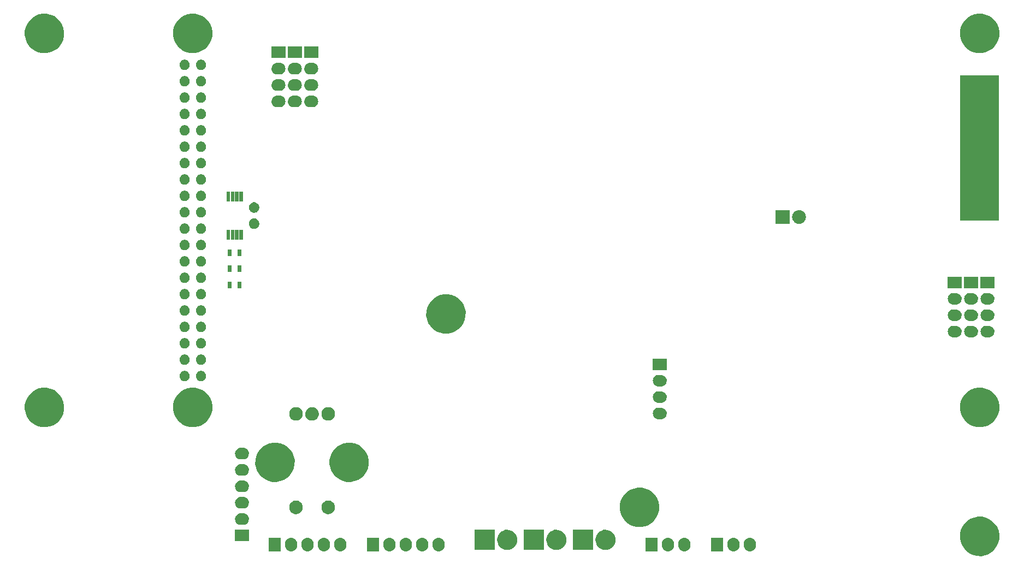
<source format=gbs>
G04 #@! TF.FileFunction,Soldermask,Bot*
%FSLAX46Y46*%
G04 Gerber Fmt 4.6, Leading zero omitted, Abs format (unit mm)*
G04 Created by KiCad (PCBNEW 4.0.2-stable) date Tuesday, August 23, 2016 'PMt' 07:55:18 PM*
%MOMM*%
G01*
G04 APERTURE LIST*
%ADD10C,0.100000*%
G04 APERTURE END LIST*
D10*
G36*
X148820457Y6548970D02*
X149406573Y6428658D01*
X149958152Y6196795D01*
X150454195Y5862210D01*
X150875796Y5437655D01*
X151206909Y4939290D01*
X151434916Y4386104D01*
X151551080Y3799430D01*
X151551080Y3799419D01*
X151551130Y3799166D01*
X151541588Y3115758D01*
X151541530Y3115503D01*
X151541530Y3115493D01*
X151409031Y2532297D01*
X151165666Y1985690D01*
X150820769Y1496766D01*
X150387474Y1084145D01*
X149882282Y763541D01*
X149324445Y547171D01*
X148735205Y443272D01*
X148136999Y455802D01*
X147552626Y584286D01*
X147004336Y823827D01*
X146513019Y1165301D01*
X146097382Y1595706D01*
X145773257Y2098648D01*
X145552999Y2654957D01*
X145444988Y3243467D01*
X145453341Y3841735D01*
X145577742Y4426995D01*
X145813452Y4976945D01*
X146151489Y5470636D01*
X146578981Y5889268D01*
X147079640Y6216890D01*
X147634409Y6441031D01*
X148222142Y6553147D01*
X148820457Y6548970D01*
X148820457Y6548970D01*
G37*
G36*
X41928868Y3283488D02*
X41928873Y3283486D01*
X41928906Y3283483D01*
X42099422Y3230699D01*
X42256438Y3145801D01*
X42393973Y3032021D01*
X42506790Y2893695D01*
X42590590Y2736090D01*
X42642182Y2565210D01*
X42659600Y2387563D01*
X42659600Y2072437D01*
X42659511Y2059667D01*
X42639614Y1882281D01*
X42585641Y1712138D01*
X42499649Y1555718D01*
X42384912Y1418980D01*
X42245801Y1307132D01*
X42087615Y1224435D01*
X41916379Y1174037D01*
X41916348Y1174034D01*
X41916344Y1174033D01*
X41738613Y1157858D01*
X41561132Y1176512D01*
X41561127Y1176514D01*
X41561094Y1176517D01*
X41390578Y1229301D01*
X41233562Y1314199D01*
X41096027Y1427979D01*
X40983210Y1566305D01*
X40899410Y1723910D01*
X40847818Y1894790D01*
X40830400Y2072437D01*
X40830400Y2387563D01*
X40830489Y2400333D01*
X40850386Y2577719D01*
X40904359Y2747862D01*
X40990351Y2904282D01*
X41105088Y3041020D01*
X41244199Y3152868D01*
X41402385Y3235565D01*
X41573621Y3285963D01*
X41573652Y3285966D01*
X41573656Y3285967D01*
X41751387Y3302142D01*
X41928868Y3283488D01*
X41928868Y3283488D01*
G37*
G36*
X113048868Y3283488D02*
X113048873Y3283486D01*
X113048906Y3283483D01*
X113219422Y3230699D01*
X113376438Y3145801D01*
X113513973Y3032021D01*
X113626790Y2893695D01*
X113710590Y2736090D01*
X113762182Y2565210D01*
X113779600Y2387563D01*
X113779600Y2072437D01*
X113779511Y2059667D01*
X113759614Y1882281D01*
X113705641Y1712138D01*
X113619649Y1555718D01*
X113504912Y1418980D01*
X113365801Y1307132D01*
X113207615Y1224435D01*
X113036379Y1174037D01*
X113036348Y1174034D01*
X113036344Y1174033D01*
X112858613Y1157858D01*
X112681132Y1176512D01*
X112681127Y1176514D01*
X112681094Y1176517D01*
X112510578Y1229301D01*
X112353562Y1314199D01*
X112216027Y1427979D01*
X112103210Y1566305D01*
X112019410Y1723910D01*
X111967818Y1894790D01*
X111950400Y2072437D01*
X111950400Y2387563D01*
X111950489Y2400333D01*
X111970386Y2577719D01*
X112024359Y2747862D01*
X112110351Y2904282D01*
X112225088Y3041020D01*
X112364199Y3152868D01*
X112522385Y3235565D01*
X112693621Y3285963D01*
X112693652Y3285966D01*
X112693656Y3285967D01*
X112871387Y3302142D01*
X113048868Y3283488D01*
X113048868Y3283488D01*
G37*
G36*
X110508868Y3283488D02*
X110508873Y3283486D01*
X110508906Y3283483D01*
X110679422Y3230699D01*
X110836438Y3145801D01*
X110973973Y3032021D01*
X111086790Y2893695D01*
X111170590Y2736090D01*
X111222182Y2565210D01*
X111239600Y2387563D01*
X111239600Y2072437D01*
X111239511Y2059667D01*
X111219614Y1882281D01*
X111165641Y1712138D01*
X111079649Y1555718D01*
X110964912Y1418980D01*
X110825801Y1307132D01*
X110667615Y1224435D01*
X110496379Y1174037D01*
X110496348Y1174034D01*
X110496344Y1174033D01*
X110318613Y1157858D01*
X110141132Y1176512D01*
X110141127Y1176514D01*
X110141094Y1176517D01*
X109970578Y1229301D01*
X109813562Y1314199D01*
X109676027Y1427979D01*
X109563210Y1566305D01*
X109479410Y1723910D01*
X109427818Y1894790D01*
X109410400Y2072437D01*
X109410400Y2387563D01*
X109410489Y2400333D01*
X109430386Y2577719D01*
X109484359Y2747862D01*
X109570351Y2904282D01*
X109685088Y3041020D01*
X109824199Y3152868D01*
X109982385Y3235565D01*
X110153621Y3285963D01*
X110153652Y3285966D01*
X110153656Y3285967D01*
X110331387Y3302142D01*
X110508868Y3283488D01*
X110508868Y3283488D01*
G37*
G36*
X102888868Y3283488D02*
X102888873Y3283486D01*
X102888906Y3283483D01*
X103059422Y3230699D01*
X103216438Y3145801D01*
X103353973Y3032021D01*
X103466790Y2893695D01*
X103550590Y2736090D01*
X103602182Y2565210D01*
X103619600Y2387563D01*
X103619600Y2072437D01*
X103619511Y2059667D01*
X103599614Y1882281D01*
X103545641Y1712138D01*
X103459649Y1555718D01*
X103344912Y1418980D01*
X103205801Y1307132D01*
X103047615Y1224435D01*
X102876379Y1174037D01*
X102876348Y1174034D01*
X102876344Y1174033D01*
X102698613Y1157858D01*
X102521132Y1176512D01*
X102521127Y1176514D01*
X102521094Y1176517D01*
X102350578Y1229301D01*
X102193562Y1314199D01*
X102056027Y1427979D01*
X101943210Y1566305D01*
X101859410Y1723910D01*
X101807818Y1894790D01*
X101790400Y2072437D01*
X101790400Y2387563D01*
X101790489Y2400333D01*
X101810386Y2577719D01*
X101864359Y2747862D01*
X101950351Y2904282D01*
X102065088Y3041020D01*
X102204199Y3152868D01*
X102362385Y3235565D01*
X102533621Y3285963D01*
X102533652Y3285966D01*
X102533656Y3285967D01*
X102711387Y3302142D01*
X102888868Y3283488D01*
X102888868Y3283488D01*
G37*
G36*
X100348868Y3283488D02*
X100348873Y3283486D01*
X100348906Y3283483D01*
X100519422Y3230699D01*
X100676438Y3145801D01*
X100813973Y3032021D01*
X100926790Y2893695D01*
X101010590Y2736090D01*
X101062182Y2565210D01*
X101079600Y2387563D01*
X101079600Y2072437D01*
X101079511Y2059667D01*
X101059614Y1882281D01*
X101005641Y1712138D01*
X100919649Y1555718D01*
X100804912Y1418980D01*
X100665801Y1307132D01*
X100507615Y1224435D01*
X100336379Y1174037D01*
X100336348Y1174034D01*
X100336344Y1174033D01*
X100158613Y1157858D01*
X99981132Y1176512D01*
X99981127Y1176514D01*
X99981094Y1176517D01*
X99810578Y1229301D01*
X99653562Y1314199D01*
X99516027Y1427979D01*
X99403210Y1566305D01*
X99319410Y1723910D01*
X99267818Y1894790D01*
X99250400Y2072437D01*
X99250400Y2387563D01*
X99250489Y2400333D01*
X99270386Y2577719D01*
X99324359Y2747862D01*
X99410351Y2904282D01*
X99525088Y3041020D01*
X99664199Y3152868D01*
X99822385Y3235565D01*
X99993621Y3285963D01*
X99993652Y3285966D01*
X99993656Y3285967D01*
X100171387Y3302142D01*
X100348868Y3283488D01*
X100348868Y3283488D01*
G37*
G36*
X64788868Y3283488D02*
X64788873Y3283486D01*
X64788906Y3283483D01*
X64959422Y3230699D01*
X65116438Y3145801D01*
X65253973Y3032021D01*
X65366790Y2893695D01*
X65450590Y2736090D01*
X65502182Y2565210D01*
X65519600Y2387563D01*
X65519600Y2072437D01*
X65519511Y2059667D01*
X65499614Y1882281D01*
X65445641Y1712138D01*
X65359649Y1555718D01*
X65244912Y1418980D01*
X65105801Y1307132D01*
X64947615Y1224435D01*
X64776379Y1174037D01*
X64776348Y1174034D01*
X64776344Y1174033D01*
X64598613Y1157858D01*
X64421132Y1176512D01*
X64421127Y1176514D01*
X64421094Y1176517D01*
X64250578Y1229301D01*
X64093562Y1314199D01*
X63956027Y1427979D01*
X63843210Y1566305D01*
X63759410Y1723910D01*
X63707818Y1894790D01*
X63690400Y2072437D01*
X63690400Y2387563D01*
X63690489Y2400333D01*
X63710386Y2577719D01*
X63764359Y2747862D01*
X63850351Y2904282D01*
X63965088Y3041020D01*
X64104199Y3152868D01*
X64262385Y3235565D01*
X64433621Y3285963D01*
X64433652Y3285966D01*
X64433656Y3285967D01*
X64611387Y3302142D01*
X64788868Y3283488D01*
X64788868Y3283488D01*
G37*
G36*
X62248868Y3283488D02*
X62248873Y3283486D01*
X62248906Y3283483D01*
X62419422Y3230699D01*
X62576438Y3145801D01*
X62713973Y3032021D01*
X62826790Y2893695D01*
X62910590Y2736090D01*
X62962182Y2565210D01*
X62979600Y2387563D01*
X62979600Y2072437D01*
X62979511Y2059667D01*
X62959614Y1882281D01*
X62905641Y1712138D01*
X62819649Y1555718D01*
X62704912Y1418980D01*
X62565801Y1307132D01*
X62407615Y1224435D01*
X62236379Y1174037D01*
X62236348Y1174034D01*
X62236344Y1174033D01*
X62058613Y1157858D01*
X61881132Y1176512D01*
X61881127Y1176514D01*
X61881094Y1176517D01*
X61710578Y1229301D01*
X61553562Y1314199D01*
X61416027Y1427979D01*
X61303210Y1566305D01*
X61219410Y1723910D01*
X61167818Y1894790D01*
X61150400Y2072437D01*
X61150400Y2387563D01*
X61150489Y2400333D01*
X61170386Y2577719D01*
X61224359Y2747862D01*
X61310351Y2904282D01*
X61425088Y3041020D01*
X61564199Y3152868D01*
X61722385Y3235565D01*
X61893621Y3285963D01*
X61893652Y3285966D01*
X61893656Y3285967D01*
X62071387Y3302142D01*
X62248868Y3283488D01*
X62248868Y3283488D01*
G37*
G36*
X59708868Y3283488D02*
X59708873Y3283486D01*
X59708906Y3283483D01*
X59879422Y3230699D01*
X60036438Y3145801D01*
X60173973Y3032021D01*
X60286790Y2893695D01*
X60370590Y2736090D01*
X60422182Y2565210D01*
X60439600Y2387563D01*
X60439600Y2072437D01*
X60439511Y2059667D01*
X60419614Y1882281D01*
X60365641Y1712138D01*
X60279649Y1555718D01*
X60164912Y1418980D01*
X60025801Y1307132D01*
X59867615Y1224435D01*
X59696379Y1174037D01*
X59696348Y1174034D01*
X59696344Y1174033D01*
X59518613Y1157858D01*
X59341132Y1176512D01*
X59341127Y1176514D01*
X59341094Y1176517D01*
X59170578Y1229301D01*
X59013562Y1314199D01*
X58876027Y1427979D01*
X58763210Y1566305D01*
X58679410Y1723910D01*
X58627818Y1894790D01*
X58610400Y2072437D01*
X58610400Y2387563D01*
X58610489Y2400333D01*
X58630386Y2577719D01*
X58684359Y2747862D01*
X58770351Y2904282D01*
X58885088Y3041020D01*
X59024199Y3152868D01*
X59182385Y3235565D01*
X59353621Y3285963D01*
X59353652Y3285966D01*
X59353656Y3285967D01*
X59531387Y3302142D01*
X59708868Y3283488D01*
X59708868Y3283488D01*
G37*
G36*
X57168868Y3283488D02*
X57168873Y3283486D01*
X57168906Y3283483D01*
X57339422Y3230699D01*
X57496438Y3145801D01*
X57633973Y3032021D01*
X57746790Y2893695D01*
X57830590Y2736090D01*
X57882182Y2565210D01*
X57899600Y2387563D01*
X57899600Y2072437D01*
X57899511Y2059667D01*
X57879614Y1882281D01*
X57825641Y1712138D01*
X57739649Y1555718D01*
X57624912Y1418980D01*
X57485801Y1307132D01*
X57327615Y1224435D01*
X57156379Y1174037D01*
X57156348Y1174034D01*
X57156344Y1174033D01*
X56978613Y1157858D01*
X56801132Y1176512D01*
X56801127Y1176514D01*
X56801094Y1176517D01*
X56630578Y1229301D01*
X56473562Y1314199D01*
X56336027Y1427979D01*
X56223210Y1566305D01*
X56139410Y1723910D01*
X56087818Y1894790D01*
X56070400Y2072437D01*
X56070400Y2387563D01*
X56070489Y2400333D01*
X56090386Y2577719D01*
X56144359Y2747862D01*
X56230351Y2904282D01*
X56345088Y3041020D01*
X56484199Y3152868D01*
X56642385Y3235565D01*
X56813621Y3285963D01*
X56813652Y3285966D01*
X56813656Y3285967D01*
X56991387Y3302142D01*
X57168868Y3283488D01*
X57168868Y3283488D01*
G37*
G36*
X49548868Y3283488D02*
X49548873Y3283486D01*
X49548906Y3283483D01*
X49719422Y3230699D01*
X49876438Y3145801D01*
X50013973Y3032021D01*
X50126790Y2893695D01*
X50210590Y2736090D01*
X50262182Y2565210D01*
X50279600Y2387563D01*
X50279600Y2072437D01*
X50279511Y2059667D01*
X50259614Y1882281D01*
X50205641Y1712138D01*
X50119649Y1555718D01*
X50004912Y1418980D01*
X49865801Y1307132D01*
X49707615Y1224435D01*
X49536379Y1174037D01*
X49536348Y1174034D01*
X49536344Y1174033D01*
X49358613Y1157858D01*
X49181132Y1176512D01*
X49181127Y1176514D01*
X49181094Y1176517D01*
X49010578Y1229301D01*
X48853562Y1314199D01*
X48716027Y1427979D01*
X48603210Y1566305D01*
X48519410Y1723910D01*
X48467818Y1894790D01*
X48450400Y2072437D01*
X48450400Y2387563D01*
X48450489Y2400333D01*
X48470386Y2577719D01*
X48524359Y2747862D01*
X48610351Y2904282D01*
X48725088Y3041020D01*
X48864199Y3152868D01*
X49022385Y3235565D01*
X49193621Y3285963D01*
X49193652Y3285966D01*
X49193656Y3285967D01*
X49371387Y3302142D01*
X49548868Y3283488D01*
X49548868Y3283488D01*
G37*
G36*
X47008868Y3283488D02*
X47008873Y3283486D01*
X47008906Y3283483D01*
X47179422Y3230699D01*
X47336438Y3145801D01*
X47473973Y3032021D01*
X47586790Y2893695D01*
X47670590Y2736090D01*
X47722182Y2565210D01*
X47739600Y2387563D01*
X47739600Y2072437D01*
X47739511Y2059667D01*
X47719614Y1882281D01*
X47665641Y1712138D01*
X47579649Y1555718D01*
X47464912Y1418980D01*
X47325801Y1307132D01*
X47167615Y1224435D01*
X46996379Y1174037D01*
X46996348Y1174034D01*
X46996344Y1174033D01*
X46818613Y1157858D01*
X46641132Y1176512D01*
X46641127Y1176514D01*
X46641094Y1176517D01*
X46470578Y1229301D01*
X46313562Y1314199D01*
X46176027Y1427979D01*
X46063210Y1566305D01*
X45979410Y1723910D01*
X45927818Y1894790D01*
X45910400Y2072437D01*
X45910400Y2387563D01*
X45910489Y2400333D01*
X45930386Y2577719D01*
X45984359Y2747862D01*
X46070351Y2904282D01*
X46185088Y3041020D01*
X46324199Y3152868D01*
X46482385Y3235565D01*
X46653621Y3285963D01*
X46653652Y3285966D01*
X46653656Y3285967D01*
X46831387Y3302142D01*
X47008868Y3283488D01*
X47008868Y3283488D01*
G37*
G36*
X44468868Y3283488D02*
X44468873Y3283486D01*
X44468906Y3283483D01*
X44639422Y3230699D01*
X44796438Y3145801D01*
X44933973Y3032021D01*
X45046790Y2893695D01*
X45130590Y2736090D01*
X45182182Y2565210D01*
X45199600Y2387563D01*
X45199600Y2072437D01*
X45199511Y2059667D01*
X45179614Y1882281D01*
X45125641Y1712138D01*
X45039649Y1555718D01*
X44924912Y1418980D01*
X44785801Y1307132D01*
X44627615Y1224435D01*
X44456379Y1174037D01*
X44456348Y1174034D01*
X44456344Y1174033D01*
X44278613Y1157858D01*
X44101132Y1176512D01*
X44101127Y1176514D01*
X44101094Y1176517D01*
X43930578Y1229301D01*
X43773562Y1314199D01*
X43636027Y1427979D01*
X43523210Y1566305D01*
X43439410Y1723910D01*
X43387818Y1894790D01*
X43370400Y2072437D01*
X43370400Y2387563D01*
X43370489Y2400333D01*
X43390386Y2577719D01*
X43444359Y2747862D01*
X43530351Y2904282D01*
X43645088Y3041020D01*
X43784199Y3152868D01*
X43942385Y3235565D01*
X44113621Y3285963D01*
X44113652Y3285966D01*
X44113656Y3285967D01*
X44291387Y3302142D01*
X44468868Y3283488D01*
X44468868Y3283488D01*
G37*
G36*
X55359600Y1163000D02*
X53530400Y1163000D01*
X53530400Y3297000D01*
X55359600Y3297000D01*
X55359600Y1163000D01*
X55359600Y1163000D01*
G37*
G36*
X40119600Y1163000D02*
X38290400Y1163000D01*
X38290400Y3297000D01*
X40119600Y3297000D01*
X40119600Y1163000D01*
X40119600Y1163000D01*
G37*
G36*
X98539600Y1163000D02*
X96710400Y1163000D01*
X96710400Y3297000D01*
X98539600Y3297000D01*
X98539600Y1163000D01*
X98539600Y1163000D01*
G37*
G36*
X108699600Y1163000D02*
X106870400Y1163000D01*
X106870400Y3297000D01*
X108699600Y3297000D01*
X108699600Y1163000D01*
X108699600Y1163000D01*
G37*
G36*
X75556834Y4506832D02*
X75556844Y4506829D01*
X75556872Y4506826D01*
X75846037Y4417315D01*
X76112308Y4273342D01*
X76345544Y4080393D01*
X76536861Y3845815D01*
X76678971Y3578545D01*
X76766461Y3288762D01*
X76796000Y2987505D01*
X76796000Y2972495D01*
X76795849Y2950840D01*
X76762107Y2650024D01*
X76670579Y2361491D01*
X76524751Y2096231D01*
X76330178Y1864348D01*
X76094271Y1674674D01*
X75826015Y1534433D01*
X75535628Y1448967D01*
X75535598Y1448964D01*
X75535594Y1448963D01*
X75234170Y1421532D01*
X74933166Y1453168D01*
X74933156Y1453171D01*
X74933128Y1453174D01*
X74643963Y1542685D01*
X74377692Y1686658D01*
X74144456Y1879607D01*
X73953139Y2114185D01*
X73811029Y2381455D01*
X73723539Y2671238D01*
X73694000Y2972495D01*
X73694000Y2987505D01*
X73694151Y3009160D01*
X73727893Y3309976D01*
X73819421Y3598509D01*
X73965249Y3863769D01*
X74159822Y4095652D01*
X74395729Y4285326D01*
X74663985Y4425567D01*
X74954372Y4511033D01*
X74954402Y4511036D01*
X74954406Y4511037D01*
X75255830Y4538468D01*
X75556834Y4506832D01*
X75556834Y4506832D01*
G37*
G36*
X83176834Y4506832D02*
X83176844Y4506829D01*
X83176872Y4506826D01*
X83466037Y4417315D01*
X83732308Y4273342D01*
X83965544Y4080393D01*
X84156861Y3845815D01*
X84298971Y3578545D01*
X84386461Y3288762D01*
X84416000Y2987505D01*
X84416000Y2972495D01*
X84415849Y2950840D01*
X84382107Y2650024D01*
X84290579Y2361491D01*
X84144751Y2096231D01*
X83950178Y1864348D01*
X83714271Y1674674D01*
X83446015Y1534433D01*
X83155628Y1448967D01*
X83155598Y1448964D01*
X83155594Y1448963D01*
X82854170Y1421532D01*
X82553166Y1453168D01*
X82553156Y1453171D01*
X82553128Y1453174D01*
X82263963Y1542685D01*
X81997692Y1686658D01*
X81764456Y1879607D01*
X81573139Y2114185D01*
X81431029Y2381455D01*
X81343539Y2671238D01*
X81314000Y2972495D01*
X81314000Y2987505D01*
X81314151Y3009160D01*
X81347893Y3309976D01*
X81439421Y3598509D01*
X81585249Y3863769D01*
X81779822Y4095652D01*
X82015729Y4285326D01*
X82283985Y4425567D01*
X82574372Y4511033D01*
X82574402Y4511036D01*
X82574406Y4511037D01*
X82875830Y4538468D01*
X83176834Y4506832D01*
X83176834Y4506832D01*
G37*
G36*
X90796834Y4506832D02*
X90796844Y4506829D01*
X90796872Y4506826D01*
X91086037Y4417315D01*
X91352308Y4273342D01*
X91585544Y4080393D01*
X91776861Y3845815D01*
X91918971Y3578545D01*
X92006461Y3288762D01*
X92036000Y2987505D01*
X92036000Y2972495D01*
X92035849Y2950840D01*
X92002107Y2650024D01*
X91910579Y2361491D01*
X91764751Y2096231D01*
X91570178Y1864348D01*
X91334271Y1674674D01*
X91066015Y1534433D01*
X90775628Y1448967D01*
X90775598Y1448964D01*
X90775594Y1448963D01*
X90474170Y1421532D01*
X90173166Y1453168D01*
X90173156Y1453171D01*
X90173128Y1453174D01*
X89883963Y1542685D01*
X89617692Y1686658D01*
X89384456Y1879607D01*
X89193139Y2114185D01*
X89051029Y2381455D01*
X88963539Y2671238D01*
X88934000Y2972495D01*
X88934000Y2987505D01*
X88934151Y3009160D01*
X88967893Y3309976D01*
X89059421Y3598509D01*
X89205249Y3863769D01*
X89399822Y4095652D01*
X89635729Y4285326D01*
X89903985Y4425567D01*
X90194372Y4511033D01*
X90194402Y4511036D01*
X90194406Y4511037D01*
X90495830Y4538468D01*
X90796834Y4506832D01*
X90796834Y4506832D01*
G37*
G36*
X80916000Y1429000D02*
X77814000Y1429000D01*
X77814000Y4531000D01*
X80916000Y4531000D01*
X80916000Y1429000D01*
X80916000Y1429000D01*
G37*
G36*
X88536000Y1429000D02*
X85434000Y1429000D01*
X85434000Y4531000D01*
X88536000Y4531000D01*
X88536000Y1429000D01*
X88536000Y1429000D01*
G37*
G36*
X73296000Y1429000D02*
X70194000Y1429000D01*
X70194000Y4531000D01*
X73296000Y4531000D01*
X73296000Y1429000D01*
X73296000Y1429000D01*
G37*
G36*
X35192000Y2735400D02*
X33058000Y2735400D01*
X33058000Y4564600D01*
X35192000Y4564600D01*
X35192000Y2735400D01*
X35192000Y2735400D01*
G37*
G36*
X96070457Y11048970D02*
X96656573Y10928658D01*
X97208152Y10696795D01*
X97704195Y10362210D01*
X98125796Y9937655D01*
X98456909Y9439290D01*
X98684916Y8886104D01*
X98801080Y8299430D01*
X98801080Y8299419D01*
X98801130Y8299166D01*
X98791588Y7615758D01*
X98791530Y7615503D01*
X98791530Y7615493D01*
X98659031Y7032297D01*
X98415666Y6485690D01*
X98070769Y5996766D01*
X97637474Y5584145D01*
X97132282Y5263541D01*
X96574445Y5047171D01*
X95985205Y4943272D01*
X95386999Y4955802D01*
X94802626Y5084286D01*
X94254336Y5323827D01*
X93763019Y5665301D01*
X93347382Y6095706D01*
X93023257Y6598648D01*
X92802999Y7154957D01*
X92694988Y7743467D01*
X92703341Y8341735D01*
X92827742Y8926995D01*
X93063452Y9476945D01*
X93401489Y9970636D01*
X93828981Y10389268D01*
X94329640Y10716890D01*
X94884409Y10941031D01*
X95472142Y11053147D01*
X96070457Y11048970D01*
X96070457Y11048970D01*
G37*
G36*
X34293769Y7104522D02*
X34293770Y7104522D01*
X34295333Y7104511D01*
X34472719Y7084614D01*
X34642862Y7030641D01*
X34799282Y6944649D01*
X34936020Y6829912D01*
X35047868Y6690801D01*
X35130565Y6532615D01*
X35180963Y6361379D01*
X35180966Y6361348D01*
X35180967Y6361344D01*
X35197142Y6183613D01*
X35178488Y6006132D01*
X35178486Y6006127D01*
X35178483Y6006094D01*
X35125699Y5835578D01*
X35040801Y5678562D01*
X34927021Y5541027D01*
X34788695Y5428210D01*
X34631090Y5344410D01*
X34460210Y5292818D01*
X34282563Y5275400D01*
X33967377Y5275400D01*
X33956231Y5275478D01*
X33956230Y5275478D01*
X33954667Y5275489D01*
X33777281Y5295386D01*
X33607138Y5349359D01*
X33450718Y5435351D01*
X33313980Y5550088D01*
X33202132Y5689199D01*
X33119435Y5847385D01*
X33069037Y6018621D01*
X33069034Y6018652D01*
X33069033Y6018656D01*
X33052858Y6196387D01*
X33071512Y6373868D01*
X33071514Y6373873D01*
X33071517Y6373906D01*
X33124301Y6544422D01*
X33209199Y6701438D01*
X33322979Y6838973D01*
X33461305Y6951790D01*
X33618910Y7035590D01*
X33789790Y7087182D01*
X33967437Y7104600D01*
X34282623Y7104600D01*
X34293769Y7104522D01*
X34293769Y7104522D01*
G37*
G36*
X42610389Y9050302D02*
X42812295Y9008857D01*
X43002301Y8928986D01*
X43173178Y8813727D01*
X43318407Y8667481D01*
X43432470Y8495802D01*
X43511013Y8305244D01*
X43550994Y8103320D01*
X43550994Y8103314D01*
X43551045Y8103056D01*
X43547757Y7867637D01*
X43547700Y7867387D01*
X43547700Y7867373D01*
X43502097Y7666649D01*
X43418262Y7478353D01*
X43299453Y7309930D01*
X43150193Y7167792D01*
X42976163Y7057349D01*
X42784005Y6982817D01*
X42581025Y6947026D01*
X42374953Y6951342D01*
X42173650Y6995602D01*
X41984776Y7078118D01*
X41815530Y7195747D01*
X41672352Y7344013D01*
X41560697Y7517267D01*
X41484825Y7708899D01*
X41447617Y7911633D01*
X41450494Y8117718D01*
X41493348Y8319329D01*
X41574545Y8508775D01*
X41690991Y8678841D01*
X41838253Y8823050D01*
X42010715Y8935907D01*
X42201824Y9013120D01*
X42404284Y9051741D01*
X42610389Y9050302D01*
X42610389Y9050302D01*
G37*
G36*
X47610389Y9050302D02*
X47812295Y9008857D01*
X48002301Y8928986D01*
X48173178Y8813727D01*
X48318407Y8667481D01*
X48432470Y8495802D01*
X48511013Y8305244D01*
X48550994Y8103320D01*
X48550994Y8103314D01*
X48551045Y8103056D01*
X48547757Y7867637D01*
X48547700Y7867387D01*
X48547700Y7867373D01*
X48502097Y7666649D01*
X48418262Y7478353D01*
X48299453Y7309930D01*
X48150193Y7167792D01*
X47976163Y7057349D01*
X47784005Y6982817D01*
X47581025Y6947026D01*
X47374953Y6951342D01*
X47173650Y6995602D01*
X46984776Y7078118D01*
X46815530Y7195747D01*
X46672352Y7344013D01*
X46560697Y7517267D01*
X46484825Y7708899D01*
X46447617Y7911633D01*
X46450494Y8117718D01*
X46493348Y8319329D01*
X46574545Y8508775D01*
X46690991Y8678841D01*
X46838253Y8823050D01*
X47010715Y8935907D01*
X47201824Y9013120D01*
X47404284Y9051741D01*
X47610389Y9050302D01*
X47610389Y9050302D01*
G37*
G36*
X34293769Y9644522D02*
X34293770Y9644522D01*
X34295333Y9644511D01*
X34472719Y9624614D01*
X34642862Y9570641D01*
X34799282Y9484649D01*
X34936020Y9369912D01*
X35047868Y9230801D01*
X35130565Y9072615D01*
X35180963Y8901379D01*
X35180966Y8901348D01*
X35180967Y8901344D01*
X35197142Y8723613D01*
X35178488Y8546132D01*
X35178486Y8546127D01*
X35178483Y8546094D01*
X35125699Y8375578D01*
X35040801Y8218562D01*
X34927021Y8081027D01*
X34788695Y7968210D01*
X34631090Y7884410D01*
X34460210Y7832818D01*
X34282563Y7815400D01*
X33967377Y7815400D01*
X33956231Y7815478D01*
X33956230Y7815478D01*
X33954667Y7815489D01*
X33777281Y7835386D01*
X33607138Y7889359D01*
X33450718Y7975351D01*
X33313980Y8090088D01*
X33202132Y8229199D01*
X33119435Y8387385D01*
X33069037Y8558621D01*
X33069034Y8558652D01*
X33069033Y8558656D01*
X33052858Y8736387D01*
X33071512Y8913868D01*
X33071514Y8913873D01*
X33071517Y8913906D01*
X33124301Y9084422D01*
X33209199Y9241438D01*
X33322979Y9378973D01*
X33461305Y9491790D01*
X33618910Y9575590D01*
X33789790Y9627182D01*
X33967437Y9644600D01*
X34282623Y9644600D01*
X34293769Y9644522D01*
X34293769Y9644522D01*
G37*
G36*
X34293769Y12184522D02*
X34293770Y12184522D01*
X34295333Y12184511D01*
X34472719Y12164614D01*
X34642862Y12110641D01*
X34799282Y12024649D01*
X34936020Y11909912D01*
X35047868Y11770801D01*
X35130565Y11612615D01*
X35180963Y11441379D01*
X35180966Y11441348D01*
X35180967Y11441344D01*
X35197142Y11263613D01*
X35178488Y11086132D01*
X35178486Y11086127D01*
X35178483Y11086094D01*
X35125699Y10915578D01*
X35040801Y10758562D01*
X34927021Y10621027D01*
X34788695Y10508210D01*
X34631090Y10424410D01*
X34460210Y10372818D01*
X34282563Y10355400D01*
X33967377Y10355400D01*
X33956231Y10355478D01*
X33956230Y10355478D01*
X33954667Y10355489D01*
X33777281Y10375386D01*
X33607138Y10429359D01*
X33450718Y10515351D01*
X33313980Y10630088D01*
X33202132Y10769199D01*
X33119435Y10927385D01*
X33069037Y11098621D01*
X33069034Y11098652D01*
X33069033Y11098656D01*
X33052858Y11276387D01*
X33071512Y11453868D01*
X33071514Y11453873D01*
X33071517Y11453906D01*
X33124301Y11624422D01*
X33209199Y11781438D01*
X33322979Y11918973D01*
X33461305Y12031790D01*
X33618910Y12115590D01*
X33789790Y12167182D01*
X33967437Y12184600D01*
X34282623Y12184600D01*
X34293769Y12184522D01*
X34293769Y12184522D01*
G37*
G36*
X39570457Y18048970D02*
X40156573Y17928658D01*
X40708152Y17696795D01*
X41204195Y17362210D01*
X41625796Y16937655D01*
X41956909Y16439290D01*
X42184916Y15886104D01*
X42301080Y15299430D01*
X42301080Y15299419D01*
X42301130Y15299166D01*
X42291588Y14615758D01*
X42291530Y14615503D01*
X42291530Y14615493D01*
X42159031Y14032297D01*
X41915666Y13485690D01*
X41570769Y12996766D01*
X41137474Y12584145D01*
X40632282Y12263541D01*
X40074445Y12047171D01*
X39485205Y11943272D01*
X38886999Y11955802D01*
X38302626Y12084286D01*
X37754336Y12323827D01*
X37263019Y12665301D01*
X36847382Y13095706D01*
X36523257Y13598648D01*
X36302999Y14154957D01*
X36194988Y14743467D01*
X36203341Y15341735D01*
X36327742Y15926995D01*
X36563452Y16476945D01*
X36901489Y16970636D01*
X37328981Y17389268D01*
X37829640Y17716890D01*
X38384409Y17941031D01*
X38972142Y18053147D01*
X39570457Y18048970D01*
X39570457Y18048970D01*
G37*
G36*
X51070457Y18048970D02*
X51656573Y17928658D01*
X52208152Y17696795D01*
X52704195Y17362210D01*
X53125796Y16937655D01*
X53456909Y16439290D01*
X53684916Y15886104D01*
X53801080Y15299430D01*
X53801080Y15299419D01*
X53801130Y15299166D01*
X53791588Y14615758D01*
X53791530Y14615503D01*
X53791530Y14615493D01*
X53659031Y14032297D01*
X53415666Y13485690D01*
X53070769Y12996766D01*
X52637474Y12584145D01*
X52132282Y12263541D01*
X51574445Y12047171D01*
X50985205Y11943272D01*
X50386999Y11955802D01*
X49802626Y12084286D01*
X49254336Y12323827D01*
X48763019Y12665301D01*
X48347382Y13095706D01*
X48023257Y13598648D01*
X47802999Y14154957D01*
X47694988Y14743467D01*
X47703341Y15341735D01*
X47827742Y15926995D01*
X48063452Y16476945D01*
X48401489Y16970636D01*
X48828981Y17389268D01*
X49329640Y17716890D01*
X49884409Y17941031D01*
X50472142Y18053147D01*
X51070457Y18048970D01*
X51070457Y18048970D01*
G37*
G36*
X34293769Y14724522D02*
X34293770Y14724522D01*
X34295333Y14724511D01*
X34472719Y14704614D01*
X34642862Y14650641D01*
X34799282Y14564649D01*
X34936020Y14449912D01*
X35047868Y14310801D01*
X35130565Y14152615D01*
X35180963Y13981379D01*
X35180966Y13981348D01*
X35180967Y13981344D01*
X35197142Y13803613D01*
X35178488Y13626132D01*
X35178486Y13626127D01*
X35178483Y13626094D01*
X35125699Y13455578D01*
X35040801Y13298562D01*
X34927021Y13161027D01*
X34788695Y13048210D01*
X34631090Y12964410D01*
X34460210Y12912818D01*
X34282563Y12895400D01*
X33967377Y12895400D01*
X33956231Y12895478D01*
X33956230Y12895478D01*
X33954667Y12895489D01*
X33777281Y12915386D01*
X33607138Y12969359D01*
X33450718Y13055351D01*
X33313980Y13170088D01*
X33202132Y13309199D01*
X33119435Y13467385D01*
X33069037Y13638621D01*
X33069034Y13638652D01*
X33069033Y13638656D01*
X33052858Y13816387D01*
X33071512Y13993868D01*
X33071514Y13993873D01*
X33071517Y13993906D01*
X33124301Y14164422D01*
X33209199Y14321438D01*
X33322979Y14458973D01*
X33461305Y14571790D01*
X33618910Y14655590D01*
X33789790Y14707182D01*
X33967437Y14724600D01*
X34282623Y14724600D01*
X34293769Y14724522D01*
X34293769Y14724522D01*
G37*
G36*
X34293769Y17264522D02*
X34293770Y17264522D01*
X34295333Y17264511D01*
X34472719Y17244614D01*
X34642862Y17190641D01*
X34799282Y17104649D01*
X34936020Y16989912D01*
X35047868Y16850801D01*
X35130565Y16692615D01*
X35180963Y16521379D01*
X35180966Y16521348D01*
X35180967Y16521344D01*
X35197142Y16343613D01*
X35178488Y16166132D01*
X35178486Y16166127D01*
X35178483Y16166094D01*
X35125699Y15995578D01*
X35040801Y15838562D01*
X34927021Y15701027D01*
X34788695Y15588210D01*
X34631090Y15504410D01*
X34460210Y15452818D01*
X34282563Y15435400D01*
X33967377Y15435400D01*
X33956231Y15435478D01*
X33956230Y15435478D01*
X33954667Y15435489D01*
X33777281Y15455386D01*
X33607138Y15509359D01*
X33450718Y15595351D01*
X33313980Y15710088D01*
X33202132Y15849199D01*
X33119435Y16007385D01*
X33069037Y16178621D01*
X33069034Y16178652D01*
X33069033Y16178656D01*
X33052858Y16356387D01*
X33071512Y16533868D01*
X33071514Y16533873D01*
X33071517Y16533906D01*
X33124301Y16704422D01*
X33209199Y16861438D01*
X33322979Y16998973D01*
X33461305Y17111790D01*
X33618910Y17195590D01*
X33789790Y17247182D01*
X33967437Y17264600D01*
X34282623Y17264600D01*
X34293769Y17264522D01*
X34293769Y17264522D01*
G37*
G36*
X3820457Y26548970D02*
X4406573Y26428658D01*
X4958152Y26196795D01*
X5454195Y25862210D01*
X5875796Y25437655D01*
X6206909Y24939290D01*
X6434916Y24386104D01*
X6551080Y23799430D01*
X6551080Y23799419D01*
X6551130Y23799166D01*
X6541588Y23115758D01*
X6541530Y23115503D01*
X6541530Y23115493D01*
X6409031Y22532297D01*
X6165666Y21985690D01*
X5820769Y21496766D01*
X5387474Y21084145D01*
X4882282Y20763541D01*
X4324445Y20547171D01*
X3735205Y20443272D01*
X3136999Y20455802D01*
X2552626Y20584286D01*
X2004336Y20823827D01*
X1513019Y21165301D01*
X1097382Y21595706D01*
X773257Y22098648D01*
X552999Y22654957D01*
X444988Y23243467D01*
X453341Y23841735D01*
X577742Y24426995D01*
X813452Y24976945D01*
X1151489Y25470636D01*
X1578981Y25889268D01*
X2079640Y26216890D01*
X2634409Y26441031D01*
X3222142Y26553147D01*
X3820457Y26548970D01*
X3820457Y26548970D01*
G37*
G36*
X26820457Y26548970D02*
X27406573Y26428658D01*
X27958152Y26196795D01*
X28454195Y25862210D01*
X28875796Y25437655D01*
X29206909Y24939290D01*
X29434916Y24386104D01*
X29551080Y23799430D01*
X29551080Y23799419D01*
X29551130Y23799166D01*
X29541588Y23115758D01*
X29541530Y23115503D01*
X29541530Y23115493D01*
X29409031Y22532297D01*
X29165666Y21985690D01*
X28820769Y21496766D01*
X28387474Y21084145D01*
X27882282Y20763541D01*
X27324445Y20547171D01*
X26735205Y20443272D01*
X26136999Y20455802D01*
X25552626Y20584286D01*
X25004336Y20823827D01*
X24513019Y21165301D01*
X24097382Y21595706D01*
X23773257Y22098648D01*
X23552999Y22654957D01*
X23444988Y23243467D01*
X23453341Y23841735D01*
X23577742Y24426995D01*
X23813452Y24976945D01*
X24151489Y25470636D01*
X24578981Y25889268D01*
X25079640Y26216890D01*
X25634409Y26441031D01*
X26222142Y26553147D01*
X26820457Y26548970D01*
X26820457Y26548970D01*
G37*
G36*
X148820457Y26548970D02*
X149406573Y26428658D01*
X149958152Y26196795D01*
X150454195Y25862210D01*
X150875796Y25437655D01*
X151206909Y24939290D01*
X151434916Y24386104D01*
X151551080Y23799430D01*
X151551080Y23799419D01*
X151551130Y23799166D01*
X151541588Y23115758D01*
X151541530Y23115503D01*
X151541530Y23115493D01*
X151409031Y22532297D01*
X151165666Y21985690D01*
X150820769Y21496766D01*
X150387474Y21084145D01*
X149882282Y20763541D01*
X149324445Y20547171D01*
X148735205Y20443272D01*
X148136999Y20455802D01*
X147552626Y20584286D01*
X147004336Y20823827D01*
X146513019Y21165301D01*
X146097382Y21595706D01*
X145773257Y22098648D01*
X145552999Y22654957D01*
X145444988Y23243467D01*
X145453341Y23841735D01*
X145577742Y24426995D01*
X145813452Y24976945D01*
X146151489Y25470636D01*
X146578981Y25889268D01*
X147079640Y26216890D01*
X147634409Y26441031D01*
X148222142Y26553147D01*
X148820457Y26548970D01*
X148820457Y26548970D01*
G37*
G36*
X42610389Y23550302D02*
X42812295Y23508857D01*
X43002301Y23428986D01*
X43173178Y23313727D01*
X43318407Y23167481D01*
X43432470Y22995802D01*
X43511013Y22805244D01*
X43550994Y22603320D01*
X43550994Y22603314D01*
X43551045Y22603056D01*
X43547757Y22367637D01*
X43547700Y22367387D01*
X43547700Y22367373D01*
X43502097Y22166649D01*
X43418262Y21978353D01*
X43299453Y21809930D01*
X43150193Y21667792D01*
X42976163Y21557349D01*
X42784005Y21482817D01*
X42581025Y21447026D01*
X42374953Y21451342D01*
X42173650Y21495602D01*
X41984776Y21578118D01*
X41815530Y21695747D01*
X41672352Y21844013D01*
X41560697Y22017267D01*
X41484825Y22208899D01*
X41447617Y22411633D01*
X41450494Y22617718D01*
X41493348Y22819329D01*
X41574545Y23008775D01*
X41690991Y23178841D01*
X41838253Y23323050D01*
X42010715Y23435907D01*
X42201824Y23513120D01*
X42404284Y23551741D01*
X42610389Y23550302D01*
X42610389Y23550302D01*
G37*
G36*
X45110389Y23550302D02*
X45312295Y23508857D01*
X45502301Y23428986D01*
X45673178Y23313727D01*
X45818407Y23167481D01*
X45932470Y22995802D01*
X46011013Y22805244D01*
X46050994Y22603320D01*
X46050994Y22603314D01*
X46051045Y22603056D01*
X46047757Y22367637D01*
X46047700Y22367387D01*
X46047700Y22367373D01*
X46002097Y22166649D01*
X45918262Y21978353D01*
X45799453Y21809930D01*
X45650193Y21667792D01*
X45476163Y21557349D01*
X45284005Y21482817D01*
X45081025Y21447026D01*
X44874953Y21451342D01*
X44673650Y21495602D01*
X44484776Y21578118D01*
X44315530Y21695747D01*
X44172352Y21844013D01*
X44060697Y22017267D01*
X43984825Y22208899D01*
X43947617Y22411633D01*
X43950494Y22617718D01*
X43993348Y22819329D01*
X44074545Y23008775D01*
X44190991Y23178841D01*
X44338253Y23323050D01*
X44510715Y23435907D01*
X44701824Y23513120D01*
X44904284Y23551741D01*
X45110389Y23550302D01*
X45110389Y23550302D01*
G37*
G36*
X47610389Y23550302D02*
X47812295Y23508857D01*
X48002301Y23428986D01*
X48173178Y23313727D01*
X48318407Y23167481D01*
X48432470Y22995802D01*
X48511013Y22805244D01*
X48550994Y22603320D01*
X48550994Y22603314D01*
X48551045Y22603056D01*
X48547757Y22367637D01*
X48547700Y22367387D01*
X48547700Y22367373D01*
X48502097Y22166649D01*
X48418262Y21978353D01*
X48299453Y21809930D01*
X48150193Y21667792D01*
X47976163Y21557349D01*
X47784005Y21482817D01*
X47581025Y21447026D01*
X47374953Y21451342D01*
X47173650Y21495602D01*
X46984776Y21578118D01*
X46815530Y21695747D01*
X46672352Y21844013D01*
X46560697Y22017267D01*
X46484825Y22208899D01*
X46447617Y22411633D01*
X46450494Y22617718D01*
X46493348Y22819329D01*
X46574545Y23008775D01*
X46690991Y23178841D01*
X46838253Y23323050D01*
X47010715Y23435907D01*
X47201824Y23513120D01*
X47404284Y23551741D01*
X47610389Y23550302D01*
X47610389Y23550302D01*
G37*
G36*
X99063769Y23464522D02*
X99063770Y23464522D01*
X99065333Y23464511D01*
X99242719Y23444614D01*
X99412862Y23390641D01*
X99569282Y23304649D01*
X99706020Y23189912D01*
X99817868Y23050801D01*
X99900565Y22892615D01*
X99950963Y22721379D01*
X99950966Y22721348D01*
X99950967Y22721344D01*
X99967142Y22543613D01*
X99948488Y22366132D01*
X99948486Y22366127D01*
X99948483Y22366094D01*
X99895699Y22195578D01*
X99810801Y22038562D01*
X99697021Y21901027D01*
X99558695Y21788210D01*
X99401090Y21704410D01*
X99230210Y21652818D01*
X99052563Y21635400D01*
X98737377Y21635400D01*
X98726231Y21635478D01*
X98726230Y21635478D01*
X98724667Y21635489D01*
X98547281Y21655386D01*
X98377138Y21709359D01*
X98220718Y21795351D01*
X98083980Y21910088D01*
X97972132Y22049199D01*
X97889435Y22207385D01*
X97839037Y22378621D01*
X97839034Y22378652D01*
X97839033Y22378656D01*
X97822858Y22556387D01*
X97841512Y22733868D01*
X97841514Y22733873D01*
X97841517Y22733906D01*
X97894301Y22904422D01*
X97979199Y23061438D01*
X98092979Y23198973D01*
X98231305Y23311790D01*
X98388910Y23395590D01*
X98559790Y23447182D01*
X98737437Y23464600D01*
X99052623Y23464600D01*
X99063769Y23464522D01*
X99063769Y23464522D01*
G37*
G36*
X99063769Y26004522D02*
X99063770Y26004522D01*
X99065333Y26004511D01*
X99242719Y25984614D01*
X99412862Y25930641D01*
X99569282Y25844649D01*
X99706020Y25729912D01*
X99817868Y25590801D01*
X99900565Y25432615D01*
X99950963Y25261379D01*
X99950966Y25261348D01*
X99950967Y25261344D01*
X99967142Y25083613D01*
X99948488Y24906132D01*
X99948486Y24906127D01*
X99948483Y24906094D01*
X99895699Y24735578D01*
X99810801Y24578562D01*
X99697021Y24441027D01*
X99558695Y24328210D01*
X99401090Y24244410D01*
X99230210Y24192818D01*
X99052563Y24175400D01*
X98737377Y24175400D01*
X98726231Y24175478D01*
X98726230Y24175478D01*
X98724667Y24175489D01*
X98547281Y24195386D01*
X98377138Y24249359D01*
X98220718Y24335351D01*
X98083980Y24450088D01*
X97972132Y24589199D01*
X97889435Y24747385D01*
X97839037Y24918621D01*
X97839034Y24918652D01*
X97839033Y24918656D01*
X97822858Y25096387D01*
X97841512Y25273868D01*
X97841514Y25273873D01*
X97841517Y25273906D01*
X97894301Y25444422D01*
X97979199Y25601438D01*
X98092979Y25738973D01*
X98231305Y25851790D01*
X98388910Y25935590D01*
X98559790Y25987182D01*
X98737437Y26004600D01*
X99052623Y26004600D01*
X99063769Y26004522D01*
X99063769Y26004522D01*
G37*
G36*
X99063769Y28544522D02*
X99063770Y28544522D01*
X99065333Y28544511D01*
X99242719Y28524614D01*
X99412862Y28470641D01*
X99569282Y28384649D01*
X99706020Y28269912D01*
X99817868Y28130801D01*
X99900565Y27972615D01*
X99950963Y27801379D01*
X99950966Y27801348D01*
X99950967Y27801344D01*
X99967142Y27623613D01*
X99948488Y27446132D01*
X99948486Y27446127D01*
X99948483Y27446094D01*
X99895699Y27275578D01*
X99810801Y27118562D01*
X99697021Y26981027D01*
X99558695Y26868210D01*
X99401090Y26784410D01*
X99230210Y26732818D01*
X99052563Y26715400D01*
X98737377Y26715400D01*
X98726231Y26715478D01*
X98726230Y26715478D01*
X98724667Y26715489D01*
X98547281Y26735386D01*
X98377138Y26789359D01*
X98220718Y26875351D01*
X98083980Y26990088D01*
X97972132Y27129199D01*
X97889435Y27287385D01*
X97839037Y27458621D01*
X97839034Y27458652D01*
X97839033Y27458656D01*
X97822858Y27636387D01*
X97841512Y27813868D01*
X97841514Y27813873D01*
X97841517Y27813906D01*
X97894301Y27984422D01*
X97979199Y28141438D01*
X98092979Y28278973D01*
X98231305Y28391790D01*
X98388910Y28475590D01*
X98559790Y28527182D01*
X98737437Y28544600D01*
X99052623Y28544600D01*
X99063769Y28544522D01*
X99063769Y28544522D01*
G37*
G36*
X25314131Y29170468D02*
X25468009Y29138882D01*
X25612820Y29078009D01*
X25743048Y28990169D01*
X25853735Y28878706D01*
X25940665Y28747866D01*
X26000524Y28602636D01*
X26030983Y28448806D01*
X26031035Y28448542D01*
X26028529Y28269122D01*
X26028470Y28268863D01*
X26028470Y28268857D01*
X25993729Y28115939D01*
X25929839Y27972440D01*
X25839288Y27844076D01*
X25725533Y27735748D01*
X25592899Y27651577D01*
X25446449Y27594773D01*
X25291751Y27567495D01*
X25134697Y27570785D01*
X24981278Y27604517D01*
X24837334Y27667404D01*
X24708343Y27757055D01*
X24599224Y27870051D01*
X24514127Y28002095D01*
X24456301Y28148147D01*
X24427945Y28302649D01*
X24430138Y28459716D01*
X24462799Y28613371D01*
X24524682Y28757754D01*
X24613429Y28887366D01*
X24725662Y28997273D01*
X24857100Y29083284D01*
X25002751Y29142131D01*
X25157052Y29171565D01*
X25314131Y29170468D01*
X25314131Y29170468D01*
G37*
G36*
X27854131Y29170468D02*
X28008009Y29138882D01*
X28152820Y29078009D01*
X28283048Y28990169D01*
X28393735Y28878706D01*
X28480665Y28747866D01*
X28540524Y28602636D01*
X28570983Y28448806D01*
X28571035Y28448542D01*
X28568529Y28269122D01*
X28568470Y28268863D01*
X28568470Y28268857D01*
X28533729Y28115939D01*
X28469839Y27972440D01*
X28379288Y27844076D01*
X28265533Y27735748D01*
X28132899Y27651577D01*
X27986449Y27594773D01*
X27831751Y27567495D01*
X27674697Y27570785D01*
X27521278Y27604517D01*
X27377334Y27667404D01*
X27248343Y27757055D01*
X27139224Y27870051D01*
X27054127Y28002095D01*
X26996301Y28148147D01*
X26967945Y28302649D01*
X26970138Y28459716D01*
X27002799Y28613371D01*
X27064682Y28757754D01*
X27153429Y28887366D01*
X27265662Y28997273D01*
X27397100Y29083284D01*
X27542751Y29142131D01*
X27697052Y29171565D01*
X27854131Y29170468D01*
X27854131Y29170468D01*
G37*
G36*
X99962000Y29255400D02*
X97828000Y29255400D01*
X97828000Y31084600D01*
X99962000Y31084600D01*
X99962000Y29255400D01*
X99962000Y29255400D01*
G37*
G36*
X25314131Y31710468D02*
X25468009Y31678882D01*
X25612820Y31618009D01*
X25743048Y31530169D01*
X25853735Y31418706D01*
X25940665Y31287866D01*
X26000524Y31142636D01*
X26030983Y30988806D01*
X26031035Y30988542D01*
X26028529Y30809122D01*
X26028470Y30808863D01*
X26028470Y30808857D01*
X25993729Y30655939D01*
X25929839Y30512440D01*
X25839288Y30384076D01*
X25725533Y30275748D01*
X25592899Y30191577D01*
X25446449Y30134773D01*
X25291751Y30107495D01*
X25134697Y30110785D01*
X24981278Y30144517D01*
X24837334Y30207404D01*
X24708343Y30297055D01*
X24599224Y30410051D01*
X24514127Y30542095D01*
X24456301Y30688147D01*
X24427945Y30842649D01*
X24430138Y30999716D01*
X24462799Y31153371D01*
X24524682Y31297754D01*
X24613429Y31427366D01*
X24725662Y31537273D01*
X24857100Y31623284D01*
X25002751Y31682131D01*
X25157052Y31711565D01*
X25314131Y31710468D01*
X25314131Y31710468D01*
G37*
G36*
X27854131Y31710468D02*
X28008009Y31678882D01*
X28152820Y31618009D01*
X28283048Y31530169D01*
X28393735Y31418706D01*
X28480665Y31287866D01*
X28540524Y31142636D01*
X28570983Y30988806D01*
X28571035Y30988542D01*
X28568529Y30809122D01*
X28568470Y30808863D01*
X28568470Y30808857D01*
X28533729Y30655939D01*
X28469839Y30512440D01*
X28379288Y30384076D01*
X28265533Y30275748D01*
X28132899Y30191577D01*
X27986449Y30134773D01*
X27831751Y30107495D01*
X27674697Y30110785D01*
X27521278Y30144517D01*
X27377334Y30207404D01*
X27248343Y30297055D01*
X27139224Y30410051D01*
X27054127Y30542095D01*
X26996301Y30688147D01*
X26967945Y30842649D01*
X26970138Y30999716D01*
X27002799Y31153371D01*
X27064682Y31297754D01*
X27153429Y31427366D01*
X27265662Y31537273D01*
X27397100Y31623284D01*
X27542751Y31682131D01*
X27697052Y31711565D01*
X27854131Y31710468D01*
X27854131Y31710468D01*
G37*
G36*
X27854131Y34250468D02*
X28008009Y34218882D01*
X28152820Y34158009D01*
X28283048Y34070169D01*
X28393735Y33958706D01*
X28480665Y33827866D01*
X28540524Y33682636D01*
X28570983Y33528806D01*
X28571035Y33528542D01*
X28568529Y33349122D01*
X28568470Y33348863D01*
X28568470Y33348857D01*
X28533729Y33195939D01*
X28469839Y33052440D01*
X28379288Y32924076D01*
X28265533Y32815748D01*
X28132899Y32731577D01*
X27986449Y32674773D01*
X27831751Y32647495D01*
X27674697Y32650785D01*
X27521278Y32684517D01*
X27377334Y32747404D01*
X27248343Y32837055D01*
X27139224Y32950051D01*
X27054127Y33082095D01*
X26996301Y33228147D01*
X26967945Y33382649D01*
X26970138Y33539716D01*
X27002799Y33693371D01*
X27064682Y33837754D01*
X27153429Y33967366D01*
X27265662Y34077273D01*
X27397100Y34163284D01*
X27542751Y34222131D01*
X27697052Y34251565D01*
X27854131Y34250468D01*
X27854131Y34250468D01*
G37*
G36*
X25314131Y34250468D02*
X25468009Y34218882D01*
X25612820Y34158009D01*
X25743048Y34070169D01*
X25853735Y33958706D01*
X25940665Y33827866D01*
X26000524Y33682636D01*
X26030983Y33528806D01*
X26031035Y33528542D01*
X26028529Y33349122D01*
X26028470Y33348863D01*
X26028470Y33348857D01*
X25993729Y33195939D01*
X25929839Y33052440D01*
X25839288Y32924076D01*
X25725533Y32815748D01*
X25592899Y32731577D01*
X25446449Y32674773D01*
X25291751Y32647495D01*
X25134697Y32650785D01*
X24981278Y32684517D01*
X24837334Y32747404D01*
X24708343Y32837055D01*
X24599224Y32950051D01*
X24514127Y33082095D01*
X24456301Y33228147D01*
X24427945Y33382649D01*
X24430138Y33539716D01*
X24462799Y33693371D01*
X24524682Y33837754D01*
X24613429Y33967366D01*
X24725662Y34077273D01*
X24857100Y34163284D01*
X25002751Y34222131D01*
X25157052Y34251565D01*
X25314131Y34250468D01*
X25314131Y34250468D01*
G37*
G36*
X147323769Y36164522D02*
X147323770Y36164522D01*
X147325333Y36164511D01*
X147502719Y36144614D01*
X147672862Y36090641D01*
X147829282Y36004649D01*
X147966020Y35889912D01*
X148077868Y35750801D01*
X148160565Y35592615D01*
X148210963Y35421379D01*
X148210966Y35421348D01*
X148210967Y35421344D01*
X148227142Y35243613D01*
X148208488Y35066132D01*
X148208486Y35066127D01*
X148208483Y35066094D01*
X148155699Y34895578D01*
X148070801Y34738562D01*
X147957021Y34601027D01*
X147818695Y34488210D01*
X147661090Y34404410D01*
X147490210Y34352818D01*
X147312563Y34335400D01*
X146997377Y34335400D01*
X146986231Y34335478D01*
X146986230Y34335478D01*
X146984667Y34335489D01*
X146807281Y34355386D01*
X146637138Y34409359D01*
X146480718Y34495351D01*
X146343980Y34610088D01*
X146232132Y34749199D01*
X146149435Y34907385D01*
X146099037Y35078621D01*
X146099034Y35078652D01*
X146099033Y35078656D01*
X146082858Y35256387D01*
X146101512Y35433868D01*
X146101514Y35433873D01*
X146101517Y35433906D01*
X146154301Y35604422D01*
X146239199Y35761438D01*
X146352979Y35898973D01*
X146491305Y36011790D01*
X146648910Y36095590D01*
X146819790Y36147182D01*
X146997437Y36164600D01*
X147312623Y36164600D01*
X147323769Y36164522D01*
X147323769Y36164522D01*
G37*
G36*
X149863769Y36164522D02*
X149863770Y36164522D01*
X149865333Y36164511D01*
X150042719Y36144614D01*
X150212862Y36090641D01*
X150369282Y36004649D01*
X150506020Y35889912D01*
X150617868Y35750801D01*
X150700565Y35592615D01*
X150750963Y35421379D01*
X150750966Y35421348D01*
X150750967Y35421344D01*
X150767142Y35243613D01*
X150748488Y35066132D01*
X150748486Y35066127D01*
X150748483Y35066094D01*
X150695699Y34895578D01*
X150610801Y34738562D01*
X150497021Y34601027D01*
X150358695Y34488210D01*
X150201090Y34404410D01*
X150030210Y34352818D01*
X149852563Y34335400D01*
X149537377Y34335400D01*
X149526231Y34335478D01*
X149526230Y34335478D01*
X149524667Y34335489D01*
X149347281Y34355386D01*
X149177138Y34409359D01*
X149020718Y34495351D01*
X148883980Y34610088D01*
X148772132Y34749199D01*
X148689435Y34907385D01*
X148639037Y35078621D01*
X148639034Y35078652D01*
X148639033Y35078656D01*
X148622858Y35256387D01*
X148641512Y35433868D01*
X148641514Y35433873D01*
X148641517Y35433906D01*
X148694301Y35604422D01*
X148779199Y35761438D01*
X148892979Y35898973D01*
X149031305Y36011790D01*
X149188910Y36095590D01*
X149359790Y36147182D01*
X149537437Y36164600D01*
X149852623Y36164600D01*
X149863769Y36164522D01*
X149863769Y36164522D01*
G37*
G36*
X144783769Y36164522D02*
X144783770Y36164522D01*
X144785333Y36164511D01*
X144962719Y36144614D01*
X145132862Y36090641D01*
X145289282Y36004649D01*
X145426020Y35889912D01*
X145537868Y35750801D01*
X145620565Y35592615D01*
X145670963Y35421379D01*
X145670966Y35421348D01*
X145670967Y35421344D01*
X145687142Y35243613D01*
X145668488Y35066132D01*
X145668486Y35066127D01*
X145668483Y35066094D01*
X145615699Y34895578D01*
X145530801Y34738562D01*
X145417021Y34601027D01*
X145278695Y34488210D01*
X145121090Y34404410D01*
X144950210Y34352818D01*
X144772563Y34335400D01*
X144457377Y34335400D01*
X144446231Y34335478D01*
X144446230Y34335478D01*
X144444667Y34335489D01*
X144267281Y34355386D01*
X144097138Y34409359D01*
X143940718Y34495351D01*
X143803980Y34610088D01*
X143692132Y34749199D01*
X143609435Y34907385D01*
X143559037Y35078621D01*
X143559034Y35078652D01*
X143559033Y35078656D01*
X143542858Y35256387D01*
X143561512Y35433868D01*
X143561514Y35433873D01*
X143561517Y35433906D01*
X143614301Y35604422D01*
X143699199Y35761438D01*
X143812979Y35898973D01*
X143951305Y36011790D01*
X144108910Y36095590D01*
X144279790Y36147182D01*
X144457437Y36164600D01*
X144772623Y36164600D01*
X144783769Y36164522D01*
X144783769Y36164522D01*
G37*
G36*
X66070457Y41048970D02*
X66656573Y40928658D01*
X67208152Y40696795D01*
X67704195Y40362210D01*
X68125796Y39937655D01*
X68456909Y39439290D01*
X68684916Y38886104D01*
X68801080Y38299430D01*
X68801080Y38299419D01*
X68801130Y38299166D01*
X68791588Y37615758D01*
X68791530Y37615503D01*
X68791530Y37615493D01*
X68659031Y37032297D01*
X68415666Y36485690D01*
X68070769Y35996766D01*
X67637474Y35584145D01*
X67132282Y35263541D01*
X66574445Y35047171D01*
X65985205Y34943272D01*
X65386999Y34955802D01*
X64802626Y35084286D01*
X64254336Y35323827D01*
X63763019Y35665301D01*
X63347382Y36095706D01*
X63023257Y36598648D01*
X62802999Y37154957D01*
X62694988Y37743467D01*
X62703341Y38341735D01*
X62827742Y38926995D01*
X63063452Y39476945D01*
X63401489Y39970636D01*
X63828981Y40389268D01*
X64329640Y40716890D01*
X64884409Y40941031D01*
X65472142Y41053147D01*
X66070457Y41048970D01*
X66070457Y41048970D01*
G37*
G36*
X27854131Y36790468D02*
X28008009Y36758882D01*
X28152820Y36698009D01*
X28283048Y36610169D01*
X28393735Y36498706D01*
X28480665Y36367866D01*
X28540524Y36222636D01*
X28570983Y36068806D01*
X28571035Y36068542D01*
X28568529Y35889122D01*
X28568470Y35888863D01*
X28568470Y35888857D01*
X28533729Y35735939D01*
X28469839Y35592440D01*
X28379288Y35464076D01*
X28265533Y35355748D01*
X28132899Y35271577D01*
X27986449Y35214773D01*
X27831751Y35187495D01*
X27674697Y35190785D01*
X27521278Y35224517D01*
X27377334Y35287404D01*
X27248343Y35377055D01*
X27139224Y35490051D01*
X27054127Y35622095D01*
X26996301Y35768147D01*
X26967945Y35922649D01*
X26970138Y36079716D01*
X27002799Y36233371D01*
X27064682Y36377754D01*
X27153429Y36507366D01*
X27265662Y36617273D01*
X27397100Y36703284D01*
X27542751Y36762131D01*
X27697052Y36791565D01*
X27854131Y36790468D01*
X27854131Y36790468D01*
G37*
G36*
X25314131Y36790468D02*
X25468009Y36758882D01*
X25612820Y36698009D01*
X25743048Y36610169D01*
X25853735Y36498706D01*
X25940665Y36367866D01*
X26000524Y36222636D01*
X26030983Y36068806D01*
X26031035Y36068542D01*
X26028529Y35889122D01*
X26028470Y35888863D01*
X26028470Y35888857D01*
X25993729Y35735939D01*
X25929839Y35592440D01*
X25839288Y35464076D01*
X25725533Y35355748D01*
X25592899Y35271577D01*
X25446449Y35214773D01*
X25291751Y35187495D01*
X25134697Y35190785D01*
X24981278Y35224517D01*
X24837334Y35287404D01*
X24708343Y35377055D01*
X24599224Y35490051D01*
X24514127Y35622095D01*
X24456301Y35768147D01*
X24427945Y35922649D01*
X24430138Y36079716D01*
X24462799Y36233371D01*
X24524682Y36377754D01*
X24613429Y36507366D01*
X24725662Y36617273D01*
X24857100Y36703284D01*
X25002751Y36762131D01*
X25157052Y36791565D01*
X25314131Y36790468D01*
X25314131Y36790468D01*
G37*
G36*
X144783769Y38704522D02*
X144783770Y38704522D01*
X144785333Y38704511D01*
X144962719Y38684614D01*
X145132862Y38630641D01*
X145289282Y38544649D01*
X145426020Y38429912D01*
X145537868Y38290801D01*
X145620565Y38132615D01*
X145670963Y37961379D01*
X145670966Y37961348D01*
X145670967Y37961344D01*
X145687142Y37783613D01*
X145668488Y37606132D01*
X145668486Y37606127D01*
X145668483Y37606094D01*
X145615699Y37435578D01*
X145530801Y37278562D01*
X145417021Y37141027D01*
X145278695Y37028210D01*
X145121090Y36944410D01*
X144950210Y36892818D01*
X144772563Y36875400D01*
X144457377Y36875400D01*
X144446231Y36875478D01*
X144446230Y36875478D01*
X144444667Y36875489D01*
X144267281Y36895386D01*
X144097138Y36949359D01*
X143940718Y37035351D01*
X143803980Y37150088D01*
X143692132Y37289199D01*
X143609435Y37447385D01*
X143559037Y37618621D01*
X143559034Y37618652D01*
X143559033Y37618656D01*
X143542858Y37796387D01*
X143561512Y37973868D01*
X143561514Y37973873D01*
X143561517Y37973906D01*
X143614301Y38144422D01*
X143699199Y38301438D01*
X143812979Y38438973D01*
X143951305Y38551790D01*
X144108910Y38635590D01*
X144279790Y38687182D01*
X144457437Y38704600D01*
X144772623Y38704600D01*
X144783769Y38704522D01*
X144783769Y38704522D01*
G37*
G36*
X149863769Y38704522D02*
X149863770Y38704522D01*
X149865333Y38704511D01*
X150042719Y38684614D01*
X150212862Y38630641D01*
X150369282Y38544649D01*
X150506020Y38429912D01*
X150617868Y38290801D01*
X150700565Y38132615D01*
X150750963Y37961379D01*
X150750966Y37961348D01*
X150750967Y37961344D01*
X150767142Y37783613D01*
X150748488Y37606132D01*
X150748486Y37606127D01*
X150748483Y37606094D01*
X150695699Y37435578D01*
X150610801Y37278562D01*
X150497021Y37141027D01*
X150358695Y37028210D01*
X150201090Y36944410D01*
X150030210Y36892818D01*
X149852563Y36875400D01*
X149537377Y36875400D01*
X149526231Y36875478D01*
X149526230Y36875478D01*
X149524667Y36875489D01*
X149347281Y36895386D01*
X149177138Y36949359D01*
X149020718Y37035351D01*
X148883980Y37150088D01*
X148772132Y37289199D01*
X148689435Y37447385D01*
X148639037Y37618621D01*
X148639034Y37618652D01*
X148639033Y37618656D01*
X148622858Y37796387D01*
X148641512Y37973868D01*
X148641514Y37973873D01*
X148641517Y37973906D01*
X148694301Y38144422D01*
X148779199Y38301438D01*
X148892979Y38438973D01*
X149031305Y38551790D01*
X149188910Y38635590D01*
X149359790Y38687182D01*
X149537437Y38704600D01*
X149852623Y38704600D01*
X149863769Y38704522D01*
X149863769Y38704522D01*
G37*
G36*
X147323769Y38704522D02*
X147323770Y38704522D01*
X147325333Y38704511D01*
X147502719Y38684614D01*
X147672862Y38630641D01*
X147829282Y38544649D01*
X147966020Y38429912D01*
X148077868Y38290801D01*
X148160565Y38132615D01*
X148210963Y37961379D01*
X148210966Y37961348D01*
X148210967Y37961344D01*
X148227142Y37783613D01*
X148208488Y37606132D01*
X148208486Y37606127D01*
X148208483Y37606094D01*
X148155699Y37435578D01*
X148070801Y37278562D01*
X147957021Y37141027D01*
X147818695Y37028210D01*
X147661090Y36944410D01*
X147490210Y36892818D01*
X147312563Y36875400D01*
X146997377Y36875400D01*
X146986231Y36875478D01*
X146986230Y36875478D01*
X146984667Y36875489D01*
X146807281Y36895386D01*
X146637138Y36949359D01*
X146480718Y37035351D01*
X146343980Y37150088D01*
X146232132Y37289199D01*
X146149435Y37447385D01*
X146099037Y37618621D01*
X146099034Y37618652D01*
X146099033Y37618656D01*
X146082858Y37796387D01*
X146101512Y37973868D01*
X146101514Y37973873D01*
X146101517Y37973906D01*
X146154301Y38144422D01*
X146239199Y38301438D01*
X146352979Y38438973D01*
X146491305Y38551790D01*
X146648910Y38635590D01*
X146819790Y38687182D01*
X146997437Y38704600D01*
X147312623Y38704600D01*
X147323769Y38704522D01*
X147323769Y38704522D01*
G37*
G36*
X25314131Y39330468D02*
X25468009Y39298882D01*
X25612820Y39238009D01*
X25743048Y39150169D01*
X25853735Y39038706D01*
X25940665Y38907866D01*
X26000524Y38762636D01*
X26030983Y38608806D01*
X26031035Y38608542D01*
X26028529Y38429122D01*
X26028470Y38428863D01*
X26028470Y38428857D01*
X25993729Y38275939D01*
X25929839Y38132440D01*
X25839288Y38004076D01*
X25725533Y37895748D01*
X25592899Y37811577D01*
X25446449Y37754773D01*
X25291751Y37727495D01*
X25134697Y37730785D01*
X24981278Y37764517D01*
X24837334Y37827404D01*
X24708343Y37917055D01*
X24599224Y38030051D01*
X24514127Y38162095D01*
X24456301Y38308147D01*
X24427945Y38462649D01*
X24430138Y38619716D01*
X24462799Y38773371D01*
X24524682Y38917754D01*
X24613429Y39047366D01*
X24725662Y39157273D01*
X24857100Y39243284D01*
X25002751Y39302131D01*
X25157052Y39331565D01*
X25314131Y39330468D01*
X25314131Y39330468D01*
G37*
G36*
X27854131Y39330468D02*
X28008009Y39298882D01*
X28152820Y39238009D01*
X28283048Y39150169D01*
X28393735Y39038706D01*
X28480665Y38907866D01*
X28540524Y38762636D01*
X28570983Y38608806D01*
X28571035Y38608542D01*
X28568529Y38429122D01*
X28568470Y38428863D01*
X28568470Y38428857D01*
X28533729Y38275939D01*
X28469839Y38132440D01*
X28379288Y38004076D01*
X28265533Y37895748D01*
X28132899Y37811577D01*
X27986449Y37754773D01*
X27831751Y37727495D01*
X27674697Y37730785D01*
X27521278Y37764517D01*
X27377334Y37827404D01*
X27248343Y37917055D01*
X27139224Y38030051D01*
X27054127Y38162095D01*
X26996301Y38308147D01*
X26967945Y38462649D01*
X26970138Y38619716D01*
X27002799Y38773371D01*
X27064682Y38917754D01*
X27153429Y39047366D01*
X27265662Y39157273D01*
X27397100Y39243284D01*
X27542751Y39302131D01*
X27697052Y39331565D01*
X27854131Y39330468D01*
X27854131Y39330468D01*
G37*
G36*
X149863769Y41244522D02*
X149863770Y41244522D01*
X149865333Y41244511D01*
X150042719Y41224614D01*
X150212862Y41170641D01*
X150369282Y41084649D01*
X150506020Y40969912D01*
X150617868Y40830801D01*
X150700565Y40672615D01*
X150750963Y40501379D01*
X150750966Y40501348D01*
X150750967Y40501344D01*
X150767142Y40323613D01*
X150748488Y40146132D01*
X150748486Y40146127D01*
X150748483Y40146094D01*
X150695699Y39975578D01*
X150610801Y39818562D01*
X150497021Y39681027D01*
X150358695Y39568210D01*
X150201090Y39484410D01*
X150030210Y39432818D01*
X149852563Y39415400D01*
X149537377Y39415400D01*
X149526231Y39415478D01*
X149526230Y39415478D01*
X149524667Y39415489D01*
X149347281Y39435386D01*
X149177138Y39489359D01*
X149020718Y39575351D01*
X148883980Y39690088D01*
X148772132Y39829199D01*
X148689435Y39987385D01*
X148639037Y40158621D01*
X148639034Y40158652D01*
X148639033Y40158656D01*
X148622858Y40336387D01*
X148641512Y40513868D01*
X148641514Y40513873D01*
X148641517Y40513906D01*
X148694301Y40684422D01*
X148779199Y40841438D01*
X148892979Y40978973D01*
X149031305Y41091790D01*
X149188910Y41175590D01*
X149359790Y41227182D01*
X149537437Y41244600D01*
X149852623Y41244600D01*
X149863769Y41244522D01*
X149863769Y41244522D01*
G37*
G36*
X144783769Y41244522D02*
X144783770Y41244522D01*
X144785333Y41244511D01*
X144962719Y41224614D01*
X145132862Y41170641D01*
X145289282Y41084649D01*
X145426020Y40969912D01*
X145537868Y40830801D01*
X145620565Y40672615D01*
X145670963Y40501379D01*
X145670966Y40501348D01*
X145670967Y40501344D01*
X145687142Y40323613D01*
X145668488Y40146132D01*
X145668486Y40146127D01*
X145668483Y40146094D01*
X145615699Y39975578D01*
X145530801Y39818562D01*
X145417021Y39681027D01*
X145278695Y39568210D01*
X145121090Y39484410D01*
X144950210Y39432818D01*
X144772563Y39415400D01*
X144457377Y39415400D01*
X144446231Y39415478D01*
X144446230Y39415478D01*
X144444667Y39415489D01*
X144267281Y39435386D01*
X144097138Y39489359D01*
X143940718Y39575351D01*
X143803980Y39690088D01*
X143692132Y39829199D01*
X143609435Y39987385D01*
X143559037Y40158621D01*
X143559034Y40158652D01*
X143559033Y40158656D01*
X143542858Y40336387D01*
X143561512Y40513868D01*
X143561514Y40513873D01*
X143561517Y40513906D01*
X143614301Y40684422D01*
X143699199Y40841438D01*
X143812979Y40978973D01*
X143951305Y41091790D01*
X144108910Y41175590D01*
X144279790Y41227182D01*
X144457437Y41244600D01*
X144772623Y41244600D01*
X144783769Y41244522D01*
X144783769Y41244522D01*
G37*
G36*
X147323769Y41244522D02*
X147323770Y41244522D01*
X147325333Y41244511D01*
X147502719Y41224614D01*
X147672862Y41170641D01*
X147829282Y41084649D01*
X147966020Y40969912D01*
X148077868Y40830801D01*
X148160565Y40672615D01*
X148210963Y40501379D01*
X148210966Y40501348D01*
X148210967Y40501344D01*
X148227142Y40323613D01*
X148208488Y40146132D01*
X148208486Y40146127D01*
X148208483Y40146094D01*
X148155699Y39975578D01*
X148070801Y39818562D01*
X147957021Y39681027D01*
X147818695Y39568210D01*
X147661090Y39484410D01*
X147490210Y39432818D01*
X147312563Y39415400D01*
X146997377Y39415400D01*
X146986231Y39415478D01*
X146986230Y39415478D01*
X146984667Y39415489D01*
X146807281Y39435386D01*
X146637138Y39489359D01*
X146480718Y39575351D01*
X146343980Y39690088D01*
X146232132Y39829199D01*
X146149435Y39987385D01*
X146099037Y40158621D01*
X146099034Y40158652D01*
X146099033Y40158656D01*
X146082858Y40336387D01*
X146101512Y40513868D01*
X146101514Y40513873D01*
X146101517Y40513906D01*
X146154301Y40684422D01*
X146239199Y40841438D01*
X146352979Y40978973D01*
X146491305Y41091790D01*
X146648910Y41175590D01*
X146819790Y41227182D01*
X146997437Y41244600D01*
X147312623Y41244600D01*
X147323769Y41244522D01*
X147323769Y41244522D01*
G37*
G36*
X27854131Y41870468D02*
X28008009Y41838882D01*
X28152820Y41778009D01*
X28283048Y41690169D01*
X28393735Y41578706D01*
X28480665Y41447866D01*
X28540524Y41302636D01*
X28570983Y41148806D01*
X28571035Y41148542D01*
X28568529Y40969122D01*
X28568470Y40968863D01*
X28568470Y40968857D01*
X28533729Y40815939D01*
X28469839Y40672440D01*
X28379288Y40544076D01*
X28265533Y40435748D01*
X28132899Y40351577D01*
X27986449Y40294773D01*
X27831751Y40267495D01*
X27674697Y40270785D01*
X27521278Y40304517D01*
X27377334Y40367404D01*
X27248343Y40457055D01*
X27139224Y40570051D01*
X27054127Y40702095D01*
X26996301Y40848147D01*
X26967945Y41002649D01*
X26970138Y41159716D01*
X27002799Y41313371D01*
X27064682Y41457754D01*
X27153429Y41587366D01*
X27265662Y41697273D01*
X27397100Y41783284D01*
X27542751Y41842131D01*
X27697052Y41871565D01*
X27854131Y41870468D01*
X27854131Y41870468D01*
G37*
G36*
X25314131Y41870468D02*
X25468009Y41838882D01*
X25612820Y41778009D01*
X25743048Y41690169D01*
X25853735Y41578706D01*
X25940665Y41447866D01*
X26000524Y41302636D01*
X26030983Y41148806D01*
X26031035Y41148542D01*
X26028529Y40969122D01*
X26028470Y40968863D01*
X26028470Y40968857D01*
X25993729Y40815939D01*
X25929839Y40672440D01*
X25839288Y40544076D01*
X25725533Y40435748D01*
X25592899Y40351577D01*
X25446449Y40294773D01*
X25291751Y40267495D01*
X25134697Y40270785D01*
X24981278Y40304517D01*
X24837334Y40367404D01*
X24708343Y40457055D01*
X24599224Y40570051D01*
X24514127Y40702095D01*
X24456301Y40848147D01*
X24427945Y41002649D01*
X24430138Y41159716D01*
X24462799Y41313371D01*
X24524682Y41457754D01*
X24613429Y41587366D01*
X24725662Y41697273D01*
X24857100Y41783284D01*
X25002751Y41842131D01*
X25157052Y41871565D01*
X25314131Y41870468D01*
X25314131Y41870468D01*
G37*
G36*
X148222000Y41955400D02*
X146088000Y41955400D01*
X146088000Y43784600D01*
X148222000Y43784600D01*
X148222000Y41955400D01*
X148222000Y41955400D01*
G37*
G36*
X150762000Y41955400D02*
X148628000Y41955400D01*
X148628000Y43784600D01*
X150762000Y43784600D01*
X150762000Y41955400D01*
X150762000Y41955400D01*
G37*
G36*
X145682000Y41955400D02*
X143548000Y41955400D01*
X143548000Y43784600D01*
X145682000Y43784600D01*
X145682000Y41955400D01*
X145682000Y41955400D01*
G37*
G36*
X32551000Y41999000D02*
X31949000Y41999000D01*
X31949000Y43001000D01*
X32551000Y43001000D01*
X32551000Y41999000D01*
X32551000Y41999000D01*
G37*
G36*
X34051000Y41999000D02*
X33449000Y41999000D01*
X33449000Y43001000D01*
X34051000Y43001000D01*
X34051000Y41999000D01*
X34051000Y41999000D01*
G37*
G36*
X27854131Y44410468D02*
X28008009Y44378882D01*
X28152820Y44318009D01*
X28283048Y44230169D01*
X28393735Y44118706D01*
X28480665Y43987866D01*
X28540524Y43842636D01*
X28570983Y43688806D01*
X28571035Y43688542D01*
X28568529Y43509122D01*
X28568470Y43508863D01*
X28568470Y43508857D01*
X28533729Y43355939D01*
X28469839Y43212440D01*
X28379288Y43084076D01*
X28265533Y42975748D01*
X28132899Y42891577D01*
X27986449Y42834773D01*
X27831751Y42807495D01*
X27674697Y42810785D01*
X27521278Y42844517D01*
X27377334Y42907404D01*
X27248343Y42997055D01*
X27139224Y43110051D01*
X27054127Y43242095D01*
X26996301Y43388147D01*
X26967945Y43542649D01*
X26970138Y43699716D01*
X27002799Y43853371D01*
X27064682Y43997754D01*
X27153429Y44127366D01*
X27265662Y44237273D01*
X27397100Y44323284D01*
X27542751Y44382131D01*
X27697052Y44411565D01*
X27854131Y44410468D01*
X27854131Y44410468D01*
G37*
G36*
X25314131Y44410468D02*
X25468009Y44378882D01*
X25612820Y44318009D01*
X25743048Y44230169D01*
X25853735Y44118706D01*
X25940665Y43987866D01*
X26000524Y43842636D01*
X26030983Y43688806D01*
X26031035Y43688542D01*
X26028529Y43509122D01*
X26028470Y43508863D01*
X26028470Y43508857D01*
X25993729Y43355939D01*
X25929839Y43212440D01*
X25839288Y43084076D01*
X25725533Y42975748D01*
X25592899Y42891577D01*
X25446449Y42834773D01*
X25291751Y42807495D01*
X25134697Y42810785D01*
X24981278Y42844517D01*
X24837334Y42907404D01*
X24708343Y42997055D01*
X24599224Y43110051D01*
X24514127Y43242095D01*
X24456301Y43388147D01*
X24427945Y43542649D01*
X24430138Y43699716D01*
X24462799Y43853371D01*
X24524682Y43997754D01*
X24613429Y44127366D01*
X24725662Y44237273D01*
X24857100Y44323284D01*
X25002751Y44382131D01*
X25157052Y44411565D01*
X25314131Y44410468D01*
X25314131Y44410468D01*
G37*
G36*
X32551000Y44499000D02*
X31949000Y44499000D01*
X31949000Y45501000D01*
X32551000Y45501000D01*
X32551000Y44499000D01*
X32551000Y44499000D01*
G37*
G36*
X34051000Y44499000D02*
X33449000Y44499000D01*
X33449000Y45501000D01*
X34051000Y45501000D01*
X34051000Y44499000D01*
X34051000Y44499000D01*
G37*
G36*
X25314131Y46950468D02*
X25468009Y46918882D01*
X25612820Y46858009D01*
X25743048Y46770169D01*
X25853735Y46658706D01*
X25940665Y46527866D01*
X26000524Y46382636D01*
X26030983Y46228806D01*
X26031035Y46228542D01*
X26028529Y46049122D01*
X26028470Y46048863D01*
X26028470Y46048857D01*
X25993729Y45895939D01*
X25929839Y45752440D01*
X25839288Y45624076D01*
X25725533Y45515748D01*
X25592899Y45431577D01*
X25446449Y45374773D01*
X25291751Y45347495D01*
X25134697Y45350785D01*
X24981278Y45384517D01*
X24837334Y45447404D01*
X24708343Y45537055D01*
X24599224Y45650051D01*
X24514127Y45782095D01*
X24456301Y45928147D01*
X24427945Y46082649D01*
X24430138Y46239716D01*
X24462799Y46393371D01*
X24524682Y46537754D01*
X24613429Y46667366D01*
X24725662Y46777273D01*
X24857100Y46863284D01*
X25002751Y46922131D01*
X25157052Y46951565D01*
X25314131Y46950468D01*
X25314131Y46950468D01*
G37*
G36*
X27854131Y46950468D02*
X28008009Y46918882D01*
X28152820Y46858009D01*
X28283048Y46770169D01*
X28393735Y46658706D01*
X28480665Y46527866D01*
X28540524Y46382636D01*
X28570983Y46228806D01*
X28571035Y46228542D01*
X28568529Y46049122D01*
X28568470Y46048863D01*
X28568470Y46048857D01*
X28533729Y45895939D01*
X28469839Y45752440D01*
X28379288Y45624076D01*
X28265533Y45515748D01*
X28132899Y45431577D01*
X27986449Y45374773D01*
X27831751Y45347495D01*
X27674697Y45350785D01*
X27521278Y45384517D01*
X27377334Y45447404D01*
X27248343Y45537055D01*
X27139224Y45650051D01*
X27054127Y45782095D01*
X26996301Y45928147D01*
X26967945Y46082649D01*
X26970138Y46239716D01*
X27002799Y46393371D01*
X27064682Y46537754D01*
X27153429Y46667366D01*
X27265662Y46777273D01*
X27397100Y46863284D01*
X27542751Y46922131D01*
X27697052Y46951565D01*
X27854131Y46950468D01*
X27854131Y46950468D01*
G37*
G36*
X32551000Y46999000D02*
X31949000Y46999000D01*
X31949000Y48001000D01*
X32551000Y48001000D01*
X32551000Y46999000D01*
X32551000Y46999000D01*
G37*
G36*
X34051000Y46999000D02*
X33449000Y46999000D01*
X33449000Y48001000D01*
X34051000Y48001000D01*
X34051000Y46999000D01*
X34051000Y46999000D01*
G37*
G36*
X27854131Y49490468D02*
X28008009Y49458882D01*
X28152820Y49398009D01*
X28283048Y49310169D01*
X28393735Y49198706D01*
X28480665Y49067866D01*
X28540524Y48922636D01*
X28570983Y48768806D01*
X28571035Y48768542D01*
X28568529Y48589122D01*
X28568470Y48588863D01*
X28568470Y48588857D01*
X28533729Y48435939D01*
X28469839Y48292440D01*
X28379288Y48164076D01*
X28265533Y48055748D01*
X28132899Y47971577D01*
X27986449Y47914773D01*
X27831751Y47887495D01*
X27674697Y47890785D01*
X27521278Y47924517D01*
X27377334Y47987404D01*
X27248343Y48077055D01*
X27139224Y48190051D01*
X27054127Y48322095D01*
X26996301Y48468147D01*
X26967945Y48622649D01*
X26970138Y48779716D01*
X27002799Y48933371D01*
X27064682Y49077754D01*
X27153429Y49207366D01*
X27265662Y49317273D01*
X27397100Y49403284D01*
X27542751Y49462131D01*
X27697052Y49491565D01*
X27854131Y49490468D01*
X27854131Y49490468D01*
G37*
G36*
X25314131Y49490468D02*
X25468009Y49458882D01*
X25612820Y49398009D01*
X25743048Y49310169D01*
X25853735Y49198706D01*
X25940665Y49067866D01*
X26000524Y48922636D01*
X26030983Y48768806D01*
X26031035Y48768542D01*
X26028529Y48589122D01*
X26028470Y48588863D01*
X26028470Y48588857D01*
X25993729Y48435939D01*
X25929839Y48292440D01*
X25839288Y48164076D01*
X25725533Y48055748D01*
X25592899Y47971577D01*
X25446449Y47914773D01*
X25291751Y47887495D01*
X25134697Y47890785D01*
X24981278Y47924517D01*
X24837334Y47987404D01*
X24708343Y48077055D01*
X24599224Y48190051D01*
X24514127Y48322095D01*
X24456301Y48468147D01*
X24427945Y48622649D01*
X24430138Y48779716D01*
X24462799Y48933371D01*
X24524682Y49077754D01*
X24613429Y49207366D01*
X24725662Y49317273D01*
X24857100Y49403284D01*
X25002751Y49462131D01*
X25157052Y49491565D01*
X25314131Y49490468D01*
X25314131Y49490468D01*
G37*
G36*
X32301000Y49524000D02*
X31749000Y49524000D01*
X31749000Y51076000D01*
X32301000Y51076000D01*
X32301000Y49524000D01*
X32301000Y49524000D01*
G37*
G36*
X32951000Y49524000D02*
X32399000Y49524000D01*
X32399000Y51076000D01*
X32951000Y51076000D01*
X32951000Y49524000D01*
X32951000Y49524000D01*
G37*
G36*
X33601000Y49524000D02*
X33049000Y49524000D01*
X33049000Y51076000D01*
X33601000Y51076000D01*
X33601000Y49524000D01*
X33601000Y49524000D01*
G37*
G36*
X34251000Y49524000D02*
X33699000Y49524000D01*
X33699000Y51076000D01*
X34251000Y51076000D01*
X34251000Y49524000D01*
X34251000Y49524000D01*
G37*
G36*
X25314131Y52030468D02*
X25468009Y51998882D01*
X25612820Y51938009D01*
X25743048Y51850169D01*
X25853735Y51738706D01*
X25940665Y51607866D01*
X26000524Y51462636D01*
X26030983Y51308806D01*
X26031035Y51308542D01*
X26028529Y51129122D01*
X26028470Y51128863D01*
X26028470Y51128857D01*
X25993729Y50975939D01*
X25929839Y50832440D01*
X25839288Y50704076D01*
X25725533Y50595748D01*
X25592899Y50511577D01*
X25446449Y50454773D01*
X25291751Y50427495D01*
X25134697Y50430785D01*
X24981278Y50464517D01*
X24837334Y50527404D01*
X24708343Y50617055D01*
X24599224Y50730051D01*
X24514127Y50862095D01*
X24456301Y51008147D01*
X24427945Y51162649D01*
X24430138Y51319716D01*
X24462799Y51473371D01*
X24524682Y51617754D01*
X24613429Y51747366D01*
X24725662Y51857273D01*
X24857100Y51943284D01*
X25002751Y52002131D01*
X25157052Y52031565D01*
X25314131Y52030468D01*
X25314131Y52030468D01*
G37*
G36*
X27854131Y52030468D02*
X28008009Y51998882D01*
X28152820Y51938009D01*
X28283048Y51850169D01*
X28393735Y51738706D01*
X28480665Y51607866D01*
X28540524Y51462636D01*
X28570983Y51308806D01*
X28571035Y51308542D01*
X28568529Y51129122D01*
X28568470Y51128863D01*
X28568470Y51128857D01*
X28533729Y50975939D01*
X28469839Y50832440D01*
X28379288Y50704076D01*
X28265533Y50595748D01*
X28132899Y50511577D01*
X27986449Y50454773D01*
X27831751Y50427495D01*
X27674697Y50430785D01*
X27521278Y50464517D01*
X27377334Y50527404D01*
X27248343Y50617055D01*
X27139224Y50730051D01*
X27054127Y50862095D01*
X26996301Y51008147D01*
X26967945Y51162649D01*
X26970138Y51319716D01*
X27002799Y51473371D01*
X27064682Y51617754D01*
X27153429Y51747366D01*
X27265662Y51857273D01*
X27397100Y51943284D01*
X27542751Y52002131D01*
X27697052Y52031565D01*
X27854131Y52030468D01*
X27854131Y52030468D01*
G37*
G36*
X36085391Y52812460D02*
X36241576Y52780400D01*
X36388555Y52718616D01*
X36520734Y52629460D01*
X36633080Y52516326D01*
X36721311Y52383528D01*
X36782068Y52236122D01*
X36812983Y52079983D01*
X36813035Y52079719D01*
X36810492Y51897611D01*
X36810434Y51897356D01*
X36810434Y51897346D01*
X36775171Y51742137D01*
X36710320Y51596480D01*
X36618416Y51466197D01*
X36502956Y51356246D01*
X36368336Y51270814D01*
X36219690Y51213159D01*
X36062677Y51185473D01*
X35903269Y51188812D01*
X35747552Y51223049D01*
X35601452Y51286878D01*
X35470528Y51377873D01*
X35359774Y51492562D01*
X35273403Y51626583D01*
X35214712Y51774818D01*
X35185930Y51931645D01*
X35188155Y52091060D01*
X35221305Y52247017D01*
X35284115Y52393563D01*
X35374192Y52525117D01*
X35488106Y52636670D01*
X35621514Y52723970D01*
X35769347Y52783698D01*
X35925959Y52813574D01*
X36085391Y52812460D01*
X36085391Y52812460D01*
G37*
G36*
X120699513Y54080375D02*
X120699518Y54080373D01*
X120699550Y54080370D01*
X120898479Y54018791D01*
X121081659Y53919746D01*
X121242112Y53787008D01*
X121373727Y53625632D01*
X121471491Y53441765D01*
X121531679Y53242411D01*
X121552000Y53035163D01*
X121552000Y53024837D01*
X121551896Y53009939D01*
X121528683Y52802995D01*
X121465717Y52604501D01*
X121365396Y52422017D01*
X121231541Y52262495D01*
X121069250Y52132009D01*
X120884705Y52035532D01*
X120684936Y51976737D01*
X120684911Y51976735D01*
X120684902Y51976732D01*
X120477549Y51957862D01*
X120270487Y51979625D01*
X120270482Y51979627D01*
X120270450Y51979630D01*
X120071521Y52041209D01*
X119888341Y52140254D01*
X119727888Y52272992D01*
X119596273Y52434368D01*
X119498509Y52618235D01*
X119438321Y52817589D01*
X119418000Y53024837D01*
X119418000Y53035163D01*
X119418104Y53050061D01*
X119441317Y53257005D01*
X119504283Y53455499D01*
X119604604Y53637983D01*
X119738459Y53797505D01*
X119900750Y53927991D01*
X120085295Y54024468D01*
X120285064Y54083263D01*
X120285089Y54083265D01*
X120285098Y54083268D01*
X120492451Y54102138D01*
X120699513Y54080375D01*
X120699513Y54080375D01*
G37*
G36*
X119012000Y51963000D02*
X116878000Y51963000D01*
X116878000Y54097000D01*
X119012000Y54097000D01*
X119012000Y51963000D01*
X119012000Y51963000D01*
G37*
G36*
X151500000Y52500000D02*
X145500000Y52500000D01*
X145500000Y75000000D01*
X151500000Y75000000D01*
X151500000Y52500000D01*
X151500000Y52500000D01*
G37*
G36*
X27854131Y54570468D02*
X28008009Y54538882D01*
X28152820Y54478009D01*
X28283048Y54390169D01*
X28393735Y54278706D01*
X28480665Y54147866D01*
X28540524Y54002636D01*
X28569510Y53856246D01*
X28571035Y53848542D01*
X28568529Y53669122D01*
X28568470Y53668863D01*
X28568470Y53668857D01*
X28533729Y53515939D01*
X28469839Y53372440D01*
X28379288Y53244076D01*
X28265533Y53135748D01*
X28132899Y53051577D01*
X27986449Y52994773D01*
X27831751Y52967495D01*
X27674697Y52970785D01*
X27521278Y53004517D01*
X27377334Y53067404D01*
X27248343Y53157055D01*
X27139224Y53270051D01*
X27054127Y53402095D01*
X26996301Y53548147D01*
X26967945Y53702649D01*
X26970138Y53859716D01*
X27002799Y54013371D01*
X27064682Y54157754D01*
X27153429Y54287366D01*
X27265662Y54397273D01*
X27397100Y54483284D01*
X27542751Y54542131D01*
X27697052Y54571565D01*
X27854131Y54570468D01*
X27854131Y54570468D01*
G37*
G36*
X25314131Y54570468D02*
X25468009Y54538882D01*
X25612820Y54478009D01*
X25743048Y54390169D01*
X25853735Y54278706D01*
X25940665Y54147866D01*
X26000524Y54002636D01*
X26029510Y53856246D01*
X26031035Y53848542D01*
X26028529Y53669122D01*
X26028470Y53668863D01*
X26028470Y53668857D01*
X25993729Y53515939D01*
X25929839Y53372440D01*
X25839288Y53244076D01*
X25725533Y53135748D01*
X25592899Y53051577D01*
X25446449Y52994773D01*
X25291751Y52967495D01*
X25134697Y52970785D01*
X24981278Y53004517D01*
X24837334Y53067404D01*
X24708343Y53157055D01*
X24599224Y53270051D01*
X24514127Y53402095D01*
X24456301Y53548147D01*
X24427945Y53702649D01*
X24430138Y53859716D01*
X24462799Y54013371D01*
X24524682Y54157754D01*
X24613429Y54287366D01*
X24725662Y54397273D01*
X24857100Y54483284D01*
X25002751Y54542131D01*
X25157052Y54571565D01*
X25314131Y54570468D01*
X25314131Y54570468D01*
G37*
G36*
X36085391Y55312460D02*
X36241576Y55280400D01*
X36388555Y55218616D01*
X36520734Y55129460D01*
X36633080Y55016326D01*
X36721311Y54883528D01*
X36782068Y54736122D01*
X36812983Y54579983D01*
X36813035Y54579719D01*
X36810492Y54397611D01*
X36810434Y54397356D01*
X36810434Y54397346D01*
X36775171Y54242137D01*
X36710320Y54096480D01*
X36618416Y53966197D01*
X36502956Y53856246D01*
X36368336Y53770814D01*
X36219690Y53713159D01*
X36062677Y53685473D01*
X35903269Y53688812D01*
X35747552Y53723049D01*
X35601452Y53786878D01*
X35470528Y53877873D01*
X35359774Y53992562D01*
X35273403Y54126583D01*
X35214712Y54274818D01*
X35185930Y54431645D01*
X35188155Y54591060D01*
X35221305Y54747017D01*
X35284115Y54893563D01*
X35374192Y55025117D01*
X35488106Y55136670D01*
X35621514Y55223970D01*
X35769347Y55283698D01*
X35925959Y55313574D01*
X36085391Y55312460D01*
X36085391Y55312460D01*
G37*
G36*
X34251000Y55424000D02*
X33699000Y55424000D01*
X33699000Y56976000D01*
X34251000Y56976000D01*
X34251000Y55424000D01*
X34251000Y55424000D01*
G37*
G36*
X33601000Y55424000D02*
X33049000Y55424000D01*
X33049000Y56976000D01*
X33601000Y56976000D01*
X33601000Y55424000D01*
X33601000Y55424000D01*
G37*
G36*
X32951000Y55424000D02*
X32399000Y55424000D01*
X32399000Y56976000D01*
X32951000Y56976000D01*
X32951000Y55424000D01*
X32951000Y55424000D01*
G37*
G36*
X32301000Y55424000D02*
X31749000Y55424000D01*
X31749000Y56976000D01*
X32301000Y56976000D01*
X32301000Y55424000D01*
X32301000Y55424000D01*
G37*
G36*
X25314131Y57110468D02*
X25468009Y57078882D01*
X25612820Y57018009D01*
X25743048Y56930169D01*
X25853735Y56818706D01*
X25940665Y56687866D01*
X26000524Y56542636D01*
X26030983Y56388806D01*
X26031035Y56388542D01*
X26028529Y56209122D01*
X26028470Y56208863D01*
X26028470Y56208857D01*
X25993729Y56055939D01*
X25929839Y55912440D01*
X25839288Y55784076D01*
X25725533Y55675748D01*
X25592899Y55591577D01*
X25446449Y55534773D01*
X25291751Y55507495D01*
X25134697Y55510785D01*
X24981278Y55544517D01*
X24837334Y55607404D01*
X24708343Y55697055D01*
X24599224Y55810051D01*
X24514127Y55942095D01*
X24456301Y56088147D01*
X24427945Y56242649D01*
X24430138Y56399716D01*
X24462799Y56553371D01*
X24524682Y56697754D01*
X24613429Y56827366D01*
X24725662Y56937273D01*
X24857100Y57023284D01*
X25002751Y57082131D01*
X25157052Y57111565D01*
X25314131Y57110468D01*
X25314131Y57110468D01*
G37*
G36*
X27854131Y57110468D02*
X28008009Y57078882D01*
X28152820Y57018009D01*
X28283048Y56930169D01*
X28393735Y56818706D01*
X28480665Y56687866D01*
X28540524Y56542636D01*
X28570983Y56388806D01*
X28571035Y56388542D01*
X28568529Y56209122D01*
X28568470Y56208863D01*
X28568470Y56208857D01*
X28533729Y56055939D01*
X28469839Y55912440D01*
X28379288Y55784076D01*
X28265533Y55675748D01*
X28132899Y55591577D01*
X27986449Y55534773D01*
X27831751Y55507495D01*
X27674697Y55510785D01*
X27521278Y55544517D01*
X27377334Y55607404D01*
X27248343Y55697055D01*
X27139224Y55810051D01*
X27054127Y55942095D01*
X26996301Y56088147D01*
X26967945Y56242649D01*
X26970138Y56399716D01*
X27002799Y56553371D01*
X27064682Y56697754D01*
X27153429Y56827366D01*
X27265662Y56937273D01*
X27397100Y57023284D01*
X27542751Y57082131D01*
X27697052Y57111565D01*
X27854131Y57110468D01*
X27854131Y57110468D01*
G37*
G36*
X27854131Y59650468D02*
X28008009Y59618882D01*
X28152820Y59558009D01*
X28283048Y59470169D01*
X28393735Y59358706D01*
X28480665Y59227866D01*
X28540524Y59082636D01*
X28570983Y58928806D01*
X28571035Y58928542D01*
X28568529Y58749122D01*
X28568470Y58748863D01*
X28568470Y58748857D01*
X28533729Y58595939D01*
X28469839Y58452440D01*
X28379288Y58324076D01*
X28265533Y58215748D01*
X28132899Y58131577D01*
X27986449Y58074773D01*
X27831751Y58047495D01*
X27674697Y58050785D01*
X27521278Y58084517D01*
X27377334Y58147404D01*
X27248343Y58237055D01*
X27139224Y58350051D01*
X27054127Y58482095D01*
X26996301Y58628147D01*
X26967945Y58782649D01*
X26970138Y58939716D01*
X27002799Y59093371D01*
X27064682Y59237754D01*
X27153429Y59367366D01*
X27265662Y59477273D01*
X27397100Y59563284D01*
X27542751Y59622131D01*
X27697052Y59651565D01*
X27854131Y59650468D01*
X27854131Y59650468D01*
G37*
G36*
X25314131Y59650468D02*
X25468009Y59618882D01*
X25612820Y59558009D01*
X25743048Y59470169D01*
X25853735Y59358706D01*
X25940665Y59227866D01*
X26000524Y59082636D01*
X26030983Y58928806D01*
X26031035Y58928542D01*
X26028529Y58749122D01*
X26028470Y58748863D01*
X26028470Y58748857D01*
X25993729Y58595939D01*
X25929839Y58452440D01*
X25839288Y58324076D01*
X25725533Y58215748D01*
X25592899Y58131577D01*
X25446449Y58074773D01*
X25291751Y58047495D01*
X25134697Y58050785D01*
X24981278Y58084517D01*
X24837334Y58147404D01*
X24708343Y58237055D01*
X24599224Y58350051D01*
X24514127Y58482095D01*
X24456301Y58628147D01*
X24427945Y58782649D01*
X24430138Y58939716D01*
X24462799Y59093371D01*
X24524682Y59237754D01*
X24613429Y59367366D01*
X24725662Y59477273D01*
X24857100Y59563284D01*
X25002751Y59622131D01*
X25157052Y59651565D01*
X25314131Y59650468D01*
X25314131Y59650468D01*
G37*
G36*
X27854131Y62190468D02*
X28008009Y62158882D01*
X28152820Y62098009D01*
X28283048Y62010169D01*
X28393735Y61898706D01*
X28480665Y61767866D01*
X28540524Y61622636D01*
X28570983Y61468806D01*
X28571035Y61468542D01*
X28568529Y61289122D01*
X28568470Y61288863D01*
X28568470Y61288857D01*
X28533729Y61135939D01*
X28469839Y60992440D01*
X28379288Y60864076D01*
X28265533Y60755748D01*
X28132899Y60671577D01*
X27986449Y60614773D01*
X27831751Y60587495D01*
X27674697Y60590785D01*
X27521278Y60624517D01*
X27377334Y60687404D01*
X27248343Y60777055D01*
X27139224Y60890051D01*
X27054127Y61022095D01*
X26996301Y61168147D01*
X26967945Y61322649D01*
X26970138Y61479716D01*
X27002799Y61633371D01*
X27064682Y61777754D01*
X27153429Y61907366D01*
X27265662Y62017273D01*
X27397100Y62103284D01*
X27542751Y62162131D01*
X27697052Y62191565D01*
X27854131Y62190468D01*
X27854131Y62190468D01*
G37*
G36*
X25314131Y62190468D02*
X25468009Y62158882D01*
X25612820Y62098009D01*
X25743048Y62010169D01*
X25853735Y61898706D01*
X25940665Y61767866D01*
X26000524Y61622636D01*
X26030983Y61468806D01*
X26031035Y61468542D01*
X26028529Y61289122D01*
X26028470Y61288863D01*
X26028470Y61288857D01*
X25993729Y61135939D01*
X25929839Y60992440D01*
X25839288Y60864076D01*
X25725533Y60755748D01*
X25592899Y60671577D01*
X25446449Y60614773D01*
X25291751Y60587495D01*
X25134697Y60590785D01*
X24981278Y60624517D01*
X24837334Y60687404D01*
X24708343Y60777055D01*
X24599224Y60890051D01*
X24514127Y61022095D01*
X24456301Y61168147D01*
X24427945Y61322649D01*
X24430138Y61479716D01*
X24462799Y61633371D01*
X24524682Y61777754D01*
X24613429Y61907366D01*
X24725662Y62017273D01*
X24857100Y62103284D01*
X25002751Y62162131D01*
X25157052Y62191565D01*
X25314131Y62190468D01*
X25314131Y62190468D01*
G37*
G36*
X25314131Y64730468D02*
X25468009Y64698882D01*
X25612820Y64638009D01*
X25743048Y64550169D01*
X25853735Y64438706D01*
X25940665Y64307866D01*
X26000524Y64162636D01*
X26030983Y64008806D01*
X26031035Y64008542D01*
X26028529Y63829122D01*
X26028470Y63828863D01*
X26028470Y63828857D01*
X25993729Y63675939D01*
X25929839Y63532440D01*
X25839288Y63404076D01*
X25725533Y63295748D01*
X25592899Y63211577D01*
X25446449Y63154773D01*
X25291751Y63127495D01*
X25134697Y63130785D01*
X24981278Y63164517D01*
X24837334Y63227404D01*
X24708343Y63317055D01*
X24599224Y63430051D01*
X24514127Y63562095D01*
X24456301Y63708147D01*
X24427945Y63862649D01*
X24430138Y64019716D01*
X24462799Y64173371D01*
X24524682Y64317754D01*
X24613429Y64447366D01*
X24725662Y64557273D01*
X24857100Y64643284D01*
X25002751Y64702131D01*
X25157052Y64731565D01*
X25314131Y64730468D01*
X25314131Y64730468D01*
G37*
G36*
X27854131Y64730468D02*
X28008009Y64698882D01*
X28152820Y64638009D01*
X28283048Y64550169D01*
X28393735Y64438706D01*
X28480665Y64307866D01*
X28540524Y64162636D01*
X28570983Y64008806D01*
X28571035Y64008542D01*
X28568529Y63829122D01*
X28568470Y63828863D01*
X28568470Y63828857D01*
X28533729Y63675939D01*
X28469839Y63532440D01*
X28379288Y63404076D01*
X28265533Y63295748D01*
X28132899Y63211577D01*
X27986449Y63154773D01*
X27831751Y63127495D01*
X27674697Y63130785D01*
X27521278Y63164517D01*
X27377334Y63227404D01*
X27248343Y63317055D01*
X27139224Y63430051D01*
X27054127Y63562095D01*
X26996301Y63708147D01*
X26967945Y63862649D01*
X26970138Y64019716D01*
X27002799Y64173371D01*
X27064682Y64317754D01*
X27153429Y64447366D01*
X27265662Y64557273D01*
X27397100Y64643284D01*
X27542751Y64702131D01*
X27697052Y64731565D01*
X27854131Y64730468D01*
X27854131Y64730468D01*
G37*
G36*
X27854131Y67270468D02*
X28008009Y67238882D01*
X28152820Y67178009D01*
X28283048Y67090169D01*
X28393735Y66978706D01*
X28480665Y66847866D01*
X28540524Y66702636D01*
X28570983Y66548806D01*
X28571035Y66548542D01*
X28568529Y66369122D01*
X28568470Y66368863D01*
X28568470Y66368857D01*
X28533729Y66215939D01*
X28469839Y66072440D01*
X28379288Y65944076D01*
X28265533Y65835748D01*
X28132899Y65751577D01*
X27986449Y65694773D01*
X27831751Y65667495D01*
X27674697Y65670785D01*
X27521278Y65704517D01*
X27377334Y65767404D01*
X27248343Y65857055D01*
X27139224Y65970051D01*
X27054127Y66102095D01*
X26996301Y66248147D01*
X26967945Y66402649D01*
X26970138Y66559716D01*
X27002799Y66713371D01*
X27064682Y66857754D01*
X27153429Y66987366D01*
X27265662Y67097273D01*
X27397100Y67183284D01*
X27542751Y67242131D01*
X27697052Y67271565D01*
X27854131Y67270468D01*
X27854131Y67270468D01*
G37*
G36*
X25314131Y67270468D02*
X25468009Y67238882D01*
X25612820Y67178009D01*
X25743048Y67090169D01*
X25853735Y66978706D01*
X25940665Y66847866D01*
X26000524Y66702636D01*
X26030983Y66548806D01*
X26031035Y66548542D01*
X26028529Y66369122D01*
X26028470Y66368863D01*
X26028470Y66368857D01*
X25993729Y66215939D01*
X25929839Y66072440D01*
X25839288Y65944076D01*
X25725533Y65835748D01*
X25592899Y65751577D01*
X25446449Y65694773D01*
X25291751Y65667495D01*
X25134697Y65670785D01*
X24981278Y65704517D01*
X24837334Y65767404D01*
X24708343Y65857055D01*
X24599224Y65970051D01*
X24514127Y66102095D01*
X24456301Y66248147D01*
X24427945Y66402649D01*
X24430138Y66559716D01*
X24462799Y66713371D01*
X24524682Y66857754D01*
X24613429Y66987366D01*
X24725662Y67097273D01*
X24857100Y67183284D01*
X25002751Y67242131D01*
X25157052Y67271565D01*
X25314131Y67270468D01*
X25314131Y67270468D01*
G37*
G36*
X25314131Y69810468D02*
X25468009Y69778882D01*
X25612820Y69718009D01*
X25743048Y69630169D01*
X25853735Y69518706D01*
X25940665Y69387866D01*
X26000524Y69242636D01*
X26030983Y69088806D01*
X26031035Y69088542D01*
X26028529Y68909122D01*
X26028470Y68908863D01*
X26028470Y68908857D01*
X25993729Y68755939D01*
X25929839Y68612440D01*
X25839288Y68484076D01*
X25725533Y68375748D01*
X25592899Y68291577D01*
X25446449Y68234773D01*
X25291751Y68207495D01*
X25134697Y68210785D01*
X24981278Y68244517D01*
X24837334Y68307404D01*
X24708343Y68397055D01*
X24599224Y68510051D01*
X24514127Y68642095D01*
X24456301Y68788147D01*
X24427945Y68942649D01*
X24430138Y69099716D01*
X24462799Y69253371D01*
X24524682Y69397754D01*
X24613429Y69527366D01*
X24725662Y69637273D01*
X24857100Y69723284D01*
X25002751Y69782131D01*
X25157052Y69811565D01*
X25314131Y69810468D01*
X25314131Y69810468D01*
G37*
G36*
X27854131Y69810468D02*
X28008009Y69778882D01*
X28152820Y69718009D01*
X28283048Y69630169D01*
X28393735Y69518706D01*
X28480665Y69387866D01*
X28540524Y69242636D01*
X28570983Y69088806D01*
X28571035Y69088542D01*
X28568529Y68909122D01*
X28568470Y68908863D01*
X28568470Y68908857D01*
X28533729Y68755939D01*
X28469839Y68612440D01*
X28379288Y68484076D01*
X28265533Y68375748D01*
X28132899Y68291577D01*
X27986449Y68234773D01*
X27831751Y68207495D01*
X27674697Y68210785D01*
X27521278Y68244517D01*
X27377334Y68307404D01*
X27248343Y68397055D01*
X27139224Y68510051D01*
X27054127Y68642095D01*
X26996301Y68788147D01*
X26967945Y68942649D01*
X26970138Y69099716D01*
X27002799Y69253371D01*
X27064682Y69397754D01*
X27153429Y69527366D01*
X27265662Y69637273D01*
X27397100Y69723284D01*
X27542751Y69782131D01*
X27697052Y69811565D01*
X27854131Y69810468D01*
X27854131Y69810468D01*
G37*
G36*
X45038769Y71874522D02*
X45038770Y71874522D01*
X45040333Y71874511D01*
X45217719Y71854614D01*
X45387862Y71800641D01*
X45544282Y71714649D01*
X45681020Y71599912D01*
X45792868Y71460801D01*
X45875565Y71302615D01*
X45925963Y71131379D01*
X45925966Y71131348D01*
X45925967Y71131344D01*
X45942142Y70953613D01*
X45923488Y70776132D01*
X45923486Y70776127D01*
X45923483Y70776094D01*
X45870699Y70605578D01*
X45785801Y70448562D01*
X45672021Y70311027D01*
X45533695Y70198210D01*
X45376090Y70114410D01*
X45205210Y70062818D01*
X45027563Y70045400D01*
X44712377Y70045400D01*
X44701231Y70045478D01*
X44701230Y70045478D01*
X44699667Y70045489D01*
X44522281Y70065386D01*
X44352138Y70119359D01*
X44195718Y70205351D01*
X44058980Y70320088D01*
X43947132Y70459199D01*
X43864435Y70617385D01*
X43814037Y70788621D01*
X43814034Y70788652D01*
X43814033Y70788656D01*
X43797858Y70966387D01*
X43816512Y71143868D01*
X43816514Y71143873D01*
X43816517Y71143906D01*
X43869301Y71314422D01*
X43954199Y71471438D01*
X44067979Y71608973D01*
X44206305Y71721790D01*
X44363910Y71805590D01*
X44534790Y71857182D01*
X44712437Y71874600D01*
X45027623Y71874600D01*
X45038769Y71874522D01*
X45038769Y71874522D01*
G37*
G36*
X42498769Y71874522D02*
X42498770Y71874522D01*
X42500333Y71874511D01*
X42677719Y71854614D01*
X42847862Y71800641D01*
X43004282Y71714649D01*
X43141020Y71599912D01*
X43252868Y71460801D01*
X43335565Y71302615D01*
X43385963Y71131379D01*
X43385966Y71131348D01*
X43385967Y71131344D01*
X43402142Y70953613D01*
X43383488Y70776132D01*
X43383486Y70776127D01*
X43383483Y70776094D01*
X43330699Y70605578D01*
X43245801Y70448562D01*
X43132021Y70311027D01*
X42993695Y70198210D01*
X42836090Y70114410D01*
X42665210Y70062818D01*
X42487563Y70045400D01*
X42172377Y70045400D01*
X42161231Y70045478D01*
X42161230Y70045478D01*
X42159667Y70045489D01*
X41982281Y70065386D01*
X41812138Y70119359D01*
X41655718Y70205351D01*
X41518980Y70320088D01*
X41407132Y70459199D01*
X41324435Y70617385D01*
X41274037Y70788621D01*
X41274034Y70788652D01*
X41274033Y70788656D01*
X41257858Y70966387D01*
X41276512Y71143868D01*
X41276514Y71143873D01*
X41276517Y71143906D01*
X41329301Y71314422D01*
X41414199Y71471438D01*
X41527979Y71608973D01*
X41666305Y71721790D01*
X41823910Y71805590D01*
X41994790Y71857182D01*
X42172437Y71874600D01*
X42487623Y71874600D01*
X42498769Y71874522D01*
X42498769Y71874522D01*
G37*
G36*
X39958769Y71874522D02*
X39958770Y71874522D01*
X39960333Y71874511D01*
X40137719Y71854614D01*
X40307862Y71800641D01*
X40464282Y71714649D01*
X40601020Y71599912D01*
X40712868Y71460801D01*
X40795565Y71302615D01*
X40845963Y71131379D01*
X40845966Y71131348D01*
X40845967Y71131344D01*
X40862142Y70953613D01*
X40843488Y70776132D01*
X40843486Y70776127D01*
X40843483Y70776094D01*
X40790699Y70605578D01*
X40705801Y70448562D01*
X40592021Y70311027D01*
X40453695Y70198210D01*
X40296090Y70114410D01*
X40125210Y70062818D01*
X39947563Y70045400D01*
X39632377Y70045400D01*
X39621231Y70045478D01*
X39621230Y70045478D01*
X39619667Y70045489D01*
X39442281Y70065386D01*
X39272138Y70119359D01*
X39115718Y70205351D01*
X38978980Y70320088D01*
X38867132Y70459199D01*
X38784435Y70617385D01*
X38734037Y70788621D01*
X38734034Y70788652D01*
X38734033Y70788656D01*
X38717858Y70966387D01*
X38736512Y71143868D01*
X38736514Y71143873D01*
X38736517Y71143906D01*
X38789301Y71314422D01*
X38874199Y71471438D01*
X38987979Y71608973D01*
X39126305Y71721790D01*
X39283910Y71805590D01*
X39454790Y71857182D01*
X39632437Y71874600D01*
X39947623Y71874600D01*
X39958769Y71874522D01*
X39958769Y71874522D01*
G37*
G36*
X27854131Y72350468D02*
X28008009Y72318882D01*
X28152820Y72258009D01*
X28283048Y72170169D01*
X28393735Y72058706D01*
X28480665Y71927866D01*
X28540524Y71782636D01*
X28570983Y71628806D01*
X28571035Y71628542D01*
X28568529Y71449122D01*
X28568470Y71448863D01*
X28568470Y71448857D01*
X28533729Y71295939D01*
X28469839Y71152440D01*
X28379288Y71024076D01*
X28265533Y70915748D01*
X28132899Y70831577D01*
X27986449Y70774773D01*
X27831751Y70747495D01*
X27674697Y70750785D01*
X27521278Y70784517D01*
X27377334Y70847404D01*
X27248343Y70937055D01*
X27139224Y71050051D01*
X27054127Y71182095D01*
X26996301Y71328147D01*
X26967945Y71482649D01*
X26970138Y71639716D01*
X27002799Y71793371D01*
X27064682Y71937754D01*
X27153429Y72067366D01*
X27265662Y72177273D01*
X27397100Y72263284D01*
X27542751Y72322131D01*
X27697052Y72351565D01*
X27854131Y72350468D01*
X27854131Y72350468D01*
G37*
G36*
X25314131Y72350468D02*
X25468009Y72318882D01*
X25612820Y72258009D01*
X25743048Y72170169D01*
X25853735Y72058706D01*
X25940665Y71927866D01*
X26000524Y71782636D01*
X26030983Y71628806D01*
X26031035Y71628542D01*
X26028529Y71449122D01*
X26028470Y71448863D01*
X26028470Y71448857D01*
X25993729Y71295939D01*
X25929839Y71152440D01*
X25839288Y71024076D01*
X25725533Y70915748D01*
X25592899Y70831577D01*
X25446449Y70774773D01*
X25291751Y70747495D01*
X25134697Y70750785D01*
X24981278Y70784517D01*
X24837334Y70847404D01*
X24708343Y70937055D01*
X24599224Y71050051D01*
X24514127Y71182095D01*
X24456301Y71328147D01*
X24427945Y71482649D01*
X24430138Y71639716D01*
X24462799Y71793371D01*
X24524682Y71937754D01*
X24613429Y72067366D01*
X24725662Y72177273D01*
X24857100Y72263284D01*
X25002751Y72322131D01*
X25157052Y72351565D01*
X25314131Y72350468D01*
X25314131Y72350468D01*
G37*
G36*
X45038769Y74414522D02*
X45038770Y74414522D01*
X45040333Y74414511D01*
X45217719Y74394614D01*
X45387862Y74340641D01*
X45544282Y74254649D01*
X45681020Y74139912D01*
X45792868Y74000801D01*
X45875565Y73842615D01*
X45925963Y73671379D01*
X45925966Y73671348D01*
X45925967Y73671344D01*
X45942142Y73493613D01*
X45923488Y73316132D01*
X45923486Y73316127D01*
X45923483Y73316094D01*
X45870699Y73145578D01*
X45785801Y72988562D01*
X45672021Y72851027D01*
X45533695Y72738210D01*
X45376090Y72654410D01*
X45205210Y72602818D01*
X45027563Y72585400D01*
X44712377Y72585400D01*
X44701231Y72585478D01*
X44701230Y72585478D01*
X44699667Y72585489D01*
X44522281Y72605386D01*
X44352138Y72659359D01*
X44195718Y72745351D01*
X44058980Y72860088D01*
X43947132Y72999199D01*
X43864435Y73157385D01*
X43814037Y73328621D01*
X43814034Y73328652D01*
X43814033Y73328656D01*
X43797858Y73506387D01*
X43816512Y73683868D01*
X43816514Y73683873D01*
X43816517Y73683906D01*
X43869301Y73854422D01*
X43954199Y74011438D01*
X44067979Y74148973D01*
X44206305Y74261790D01*
X44363910Y74345590D01*
X44534790Y74397182D01*
X44712437Y74414600D01*
X45027623Y74414600D01*
X45038769Y74414522D01*
X45038769Y74414522D01*
G37*
G36*
X42498769Y74414522D02*
X42498770Y74414522D01*
X42500333Y74414511D01*
X42677719Y74394614D01*
X42847862Y74340641D01*
X43004282Y74254649D01*
X43141020Y74139912D01*
X43252868Y74000801D01*
X43335565Y73842615D01*
X43385963Y73671379D01*
X43385966Y73671348D01*
X43385967Y73671344D01*
X43402142Y73493613D01*
X43383488Y73316132D01*
X43383486Y73316127D01*
X43383483Y73316094D01*
X43330699Y73145578D01*
X43245801Y72988562D01*
X43132021Y72851027D01*
X42993695Y72738210D01*
X42836090Y72654410D01*
X42665210Y72602818D01*
X42487563Y72585400D01*
X42172377Y72585400D01*
X42161231Y72585478D01*
X42161230Y72585478D01*
X42159667Y72585489D01*
X41982281Y72605386D01*
X41812138Y72659359D01*
X41655718Y72745351D01*
X41518980Y72860088D01*
X41407132Y72999199D01*
X41324435Y73157385D01*
X41274037Y73328621D01*
X41274034Y73328652D01*
X41274033Y73328656D01*
X41257858Y73506387D01*
X41276512Y73683868D01*
X41276514Y73683873D01*
X41276517Y73683906D01*
X41329301Y73854422D01*
X41414199Y74011438D01*
X41527979Y74148973D01*
X41666305Y74261790D01*
X41823910Y74345590D01*
X41994790Y74397182D01*
X42172437Y74414600D01*
X42487623Y74414600D01*
X42498769Y74414522D01*
X42498769Y74414522D01*
G37*
G36*
X39958769Y74414522D02*
X39958770Y74414522D01*
X39960333Y74414511D01*
X40137719Y74394614D01*
X40307862Y74340641D01*
X40464282Y74254649D01*
X40601020Y74139912D01*
X40712868Y74000801D01*
X40795565Y73842615D01*
X40845963Y73671379D01*
X40845966Y73671348D01*
X40845967Y73671344D01*
X40862142Y73493613D01*
X40843488Y73316132D01*
X40843486Y73316127D01*
X40843483Y73316094D01*
X40790699Y73145578D01*
X40705801Y72988562D01*
X40592021Y72851027D01*
X40453695Y72738210D01*
X40296090Y72654410D01*
X40125210Y72602818D01*
X39947563Y72585400D01*
X39632377Y72585400D01*
X39621231Y72585478D01*
X39621230Y72585478D01*
X39619667Y72585489D01*
X39442281Y72605386D01*
X39272138Y72659359D01*
X39115718Y72745351D01*
X38978980Y72860088D01*
X38867132Y72999199D01*
X38784435Y73157385D01*
X38734037Y73328621D01*
X38734034Y73328652D01*
X38734033Y73328656D01*
X38717858Y73506387D01*
X38736512Y73683868D01*
X38736514Y73683873D01*
X38736517Y73683906D01*
X38789301Y73854422D01*
X38874199Y74011438D01*
X38987979Y74148973D01*
X39126305Y74261790D01*
X39283910Y74345590D01*
X39454790Y74397182D01*
X39632437Y74414600D01*
X39947623Y74414600D01*
X39958769Y74414522D01*
X39958769Y74414522D01*
G37*
G36*
X27854131Y74890468D02*
X28008009Y74858882D01*
X28152820Y74798009D01*
X28283048Y74710169D01*
X28393735Y74598706D01*
X28480665Y74467866D01*
X28540524Y74322636D01*
X28570983Y74168806D01*
X28571035Y74168542D01*
X28568529Y73989122D01*
X28568470Y73988863D01*
X28568470Y73988857D01*
X28533729Y73835939D01*
X28469839Y73692440D01*
X28379288Y73564076D01*
X28265533Y73455748D01*
X28132899Y73371577D01*
X27986449Y73314773D01*
X27831751Y73287495D01*
X27674697Y73290785D01*
X27521278Y73324517D01*
X27377334Y73387404D01*
X27248343Y73477055D01*
X27139224Y73590051D01*
X27054127Y73722095D01*
X26996301Y73868147D01*
X26967945Y74022649D01*
X26970138Y74179716D01*
X27002799Y74333371D01*
X27064682Y74477754D01*
X27153429Y74607366D01*
X27265662Y74717273D01*
X27397100Y74803284D01*
X27542751Y74862131D01*
X27697052Y74891565D01*
X27854131Y74890468D01*
X27854131Y74890468D01*
G37*
G36*
X25314131Y74890468D02*
X25468009Y74858882D01*
X25612820Y74798009D01*
X25743048Y74710169D01*
X25853735Y74598706D01*
X25940665Y74467866D01*
X26000524Y74322636D01*
X26030983Y74168806D01*
X26031035Y74168542D01*
X26028529Y73989122D01*
X26028470Y73988863D01*
X26028470Y73988857D01*
X25993729Y73835939D01*
X25929839Y73692440D01*
X25839288Y73564076D01*
X25725533Y73455748D01*
X25592899Y73371577D01*
X25446449Y73314773D01*
X25291751Y73287495D01*
X25134697Y73290785D01*
X24981278Y73324517D01*
X24837334Y73387404D01*
X24708343Y73477055D01*
X24599224Y73590051D01*
X24514127Y73722095D01*
X24456301Y73868147D01*
X24427945Y74022649D01*
X24430138Y74179716D01*
X24462799Y74333371D01*
X24524682Y74477754D01*
X24613429Y74607366D01*
X24725662Y74717273D01*
X24857100Y74803284D01*
X25002751Y74862131D01*
X25157052Y74891565D01*
X25314131Y74890468D01*
X25314131Y74890468D01*
G37*
G36*
X39958769Y76954522D02*
X39958770Y76954522D01*
X39960333Y76954511D01*
X40137719Y76934614D01*
X40307862Y76880641D01*
X40464282Y76794649D01*
X40601020Y76679912D01*
X40712868Y76540801D01*
X40795565Y76382615D01*
X40845963Y76211379D01*
X40845966Y76211348D01*
X40845967Y76211344D01*
X40862142Y76033613D01*
X40843488Y75856132D01*
X40843486Y75856127D01*
X40843483Y75856094D01*
X40790699Y75685578D01*
X40705801Y75528562D01*
X40592021Y75391027D01*
X40453695Y75278210D01*
X40296090Y75194410D01*
X40125210Y75142818D01*
X39947563Y75125400D01*
X39632377Y75125400D01*
X39621231Y75125478D01*
X39621230Y75125478D01*
X39619667Y75125489D01*
X39442281Y75145386D01*
X39272138Y75199359D01*
X39115718Y75285351D01*
X38978980Y75400088D01*
X38867132Y75539199D01*
X38784435Y75697385D01*
X38734037Y75868621D01*
X38734034Y75868652D01*
X38734033Y75868656D01*
X38717858Y76046387D01*
X38736512Y76223868D01*
X38736514Y76223873D01*
X38736517Y76223906D01*
X38789301Y76394422D01*
X38874199Y76551438D01*
X38987979Y76688973D01*
X39126305Y76801790D01*
X39283910Y76885590D01*
X39454790Y76937182D01*
X39632437Y76954600D01*
X39947623Y76954600D01*
X39958769Y76954522D01*
X39958769Y76954522D01*
G37*
G36*
X42498769Y76954522D02*
X42498770Y76954522D01*
X42500333Y76954511D01*
X42677719Y76934614D01*
X42847862Y76880641D01*
X43004282Y76794649D01*
X43141020Y76679912D01*
X43252868Y76540801D01*
X43335565Y76382615D01*
X43385963Y76211379D01*
X43385966Y76211348D01*
X43385967Y76211344D01*
X43402142Y76033613D01*
X43383488Y75856132D01*
X43383486Y75856127D01*
X43383483Y75856094D01*
X43330699Y75685578D01*
X43245801Y75528562D01*
X43132021Y75391027D01*
X42993695Y75278210D01*
X42836090Y75194410D01*
X42665210Y75142818D01*
X42487563Y75125400D01*
X42172377Y75125400D01*
X42161231Y75125478D01*
X42161230Y75125478D01*
X42159667Y75125489D01*
X41982281Y75145386D01*
X41812138Y75199359D01*
X41655718Y75285351D01*
X41518980Y75400088D01*
X41407132Y75539199D01*
X41324435Y75697385D01*
X41274037Y75868621D01*
X41274034Y75868652D01*
X41274033Y75868656D01*
X41257858Y76046387D01*
X41276512Y76223868D01*
X41276514Y76223873D01*
X41276517Y76223906D01*
X41329301Y76394422D01*
X41414199Y76551438D01*
X41527979Y76688973D01*
X41666305Y76801790D01*
X41823910Y76885590D01*
X41994790Y76937182D01*
X42172437Y76954600D01*
X42487623Y76954600D01*
X42498769Y76954522D01*
X42498769Y76954522D01*
G37*
G36*
X45038769Y76954522D02*
X45038770Y76954522D01*
X45040333Y76954511D01*
X45217719Y76934614D01*
X45387862Y76880641D01*
X45544282Y76794649D01*
X45681020Y76679912D01*
X45792868Y76540801D01*
X45875565Y76382615D01*
X45925963Y76211379D01*
X45925966Y76211348D01*
X45925967Y76211344D01*
X45942142Y76033613D01*
X45923488Y75856132D01*
X45923486Y75856127D01*
X45923483Y75856094D01*
X45870699Y75685578D01*
X45785801Y75528562D01*
X45672021Y75391027D01*
X45533695Y75278210D01*
X45376090Y75194410D01*
X45205210Y75142818D01*
X45027563Y75125400D01*
X44712377Y75125400D01*
X44701231Y75125478D01*
X44701230Y75125478D01*
X44699667Y75125489D01*
X44522281Y75145386D01*
X44352138Y75199359D01*
X44195718Y75285351D01*
X44058980Y75400088D01*
X43947132Y75539199D01*
X43864435Y75697385D01*
X43814037Y75868621D01*
X43814034Y75868652D01*
X43814033Y75868656D01*
X43797858Y76046387D01*
X43816512Y76223868D01*
X43816514Y76223873D01*
X43816517Y76223906D01*
X43869301Y76394422D01*
X43954199Y76551438D01*
X44067979Y76688973D01*
X44206305Y76801790D01*
X44363910Y76885590D01*
X44534790Y76937182D01*
X44712437Y76954600D01*
X45027623Y76954600D01*
X45038769Y76954522D01*
X45038769Y76954522D01*
G37*
G36*
X27854131Y77430468D02*
X28008009Y77398882D01*
X28152820Y77338009D01*
X28283048Y77250169D01*
X28393735Y77138706D01*
X28480665Y77007866D01*
X28540524Y76862636D01*
X28570983Y76708806D01*
X28571035Y76708542D01*
X28568529Y76529122D01*
X28568470Y76528863D01*
X28568470Y76528857D01*
X28533729Y76375939D01*
X28469839Y76232440D01*
X28379288Y76104076D01*
X28265533Y75995748D01*
X28132899Y75911577D01*
X27986449Y75854773D01*
X27831751Y75827495D01*
X27674697Y75830785D01*
X27521278Y75864517D01*
X27377334Y75927404D01*
X27248343Y76017055D01*
X27139224Y76130051D01*
X27054127Y76262095D01*
X26996301Y76408147D01*
X26967945Y76562649D01*
X26970138Y76719716D01*
X27002799Y76873371D01*
X27064682Y77017754D01*
X27153429Y77147366D01*
X27265662Y77257273D01*
X27397100Y77343284D01*
X27542751Y77402131D01*
X27697052Y77431565D01*
X27854131Y77430468D01*
X27854131Y77430468D01*
G37*
G36*
X25314131Y77430468D02*
X25468009Y77398882D01*
X25612820Y77338009D01*
X25743048Y77250169D01*
X25853735Y77138706D01*
X25940665Y77007866D01*
X26000524Y76862636D01*
X26030983Y76708806D01*
X26031035Y76708542D01*
X26028529Y76529122D01*
X26028470Y76528863D01*
X26028470Y76528857D01*
X25993729Y76375939D01*
X25929839Y76232440D01*
X25839288Y76104076D01*
X25725533Y75995748D01*
X25592899Y75911577D01*
X25446449Y75854773D01*
X25291751Y75827495D01*
X25134697Y75830785D01*
X24981278Y75864517D01*
X24837334Y75927404D01*
X24708343Y76017055D01*
X24599224Y76130051D01*
X24514127Y76262095D01*
X24456301Y76408147D01*
X24427945Y76562649D01*
X24430138Y76719716D01*
X24462799Y76873371D01*
X24524682Y77017754D01*
X24613429Y77147366D01*
X24725662Y77257273D01*
X24857100Y77343284D01*
X25002751Y77402131D01*
X25157052Y77431565D01*
X25314131Y77430468D01*
X25314131Y77430468D01*
G37*
G36*
X43397000Y77665400D02*
X41263000Y77665400D01*
X41263000Y79494600D01*
X43397000Y79494600D01*
X43397000Y77665400D01*
X43397000Y77665400D01*
G37*
G36*
X40857000Y77665400D02*
X38723000Y77665400D01*
X38723000Y79494600D01*
X40857000Y79494600D01*
X40857000Y77665400D01*
X40857000Y77665400D01*
G37*
G36*
X45937000Y77665400D02*
X43803000Y77665400D01*
X43803000Y79494600D01*
X45937000Y79494600D01*
X45937000Y77665400D01*
X45937000Y77665400D01*
G37*
G36*
X148820457Y84548970D02*
X149406573Y84428658D01*
X149958152Y84196795D01*
X150454195Y83862210D01*
X150875796Y83437655D01*
X151206909Y82939290D01*
X151434916Y82386104D01*
X151551080Y81799430D01*
X151551080Y81799419D01*
X151551130Y81799166D01*
X151541588Y81115758D01*
X151541530Y81115503D01*
X151541530Y81115493D01*
X151409031Y80532297D01*
X151165666Y79985690D01*
X150820769Y79496766D01*
X150387474Y79084145D01*
X149882282Y78763541D01*
X149324445Y78547171D01*
X148735205Y78443272D01*
X148136999Y78455802D01*
X147552626Y78584286D01*
X147004336Y78823827D01*
X146513019Y79165301D01*
X146097382Y79595706D01*
X145773257Y80098648D01*
X145552999Y80654957D01*
X145444988Y81243467D01*
X145453341Y81841735D01*
X145577742Y82426995D01*
X145813452Y82976945D01*
X146151489Y83470636D01*
X146578981Y83889268D01*
X147079640Y84216890D01*
X147634409Y84441031D01*
X148222142Y84553147D01*
X148820457Y84548970D01*
X148820457Y84548970D01*
G37*
G36*
X26820457Y84548970D02*
X27406573Y84428658D01*
X27958152Y84196795D01*
X28454195Y83862210D01*
X28875796Y83437655D01*
X29206909Y82939290D01*
X29434916Y82386104D01*
X29551080Y81799430D01*
X29551080Y81799419D01*
X29551130Y81799166D01*
X29541588Y81115758D01*
X29541530Y81115503D01*
X29541530Y81115493D01*
X29409031Y80532297D01*
X29165666Y79985690D01*
X28820769Y79496766D01*
X28387474Y79084145D01*
X27882282Y78763541D01*
X27324445Y78547171D01*
X26735205Y78443272D01*
X26136999Y78455802D01*
X25552626Y78584286D01*
X25004336Y78823827D01*
X24513019Y79165301D01*
X24097382Y79595706D01*
X23773257Y80098648D01*
X23552999Y80654957D01*
X23444988Y81243467D01*
X23453341Y81841735D01*
X23577742Y82426995D01*
X23813452Y82976945D01*
X24151489Y83470636D01*
X24578981Y83889268D01*
X25079640Y84216890D01*
X25634409Y84441031D01*
X26222142Y84553147D01*
X26820457Y84548970D01*
X26820457Y84548970D01*
G37*
G36*
X3820457Y84548970D02*
X4406573Y84428658D01*
X4958152Y84196795D01*
X5454195Y83862210D01*
X5875796Y83437655D01*
X6206909Y82939290D01*
X6434916Y82386104D01*
X6551080Y81799430D01*
X6551080Y81799419D01*
X6551130Y81799166D01*
X6541588Y81115758D01*
X6541530Y81115503D01*
X6541530Y81115493D01*
X6409031Y80532297D01*
X6165666Y79985690D01*
X5820769Y79496766D01*
X5387474Y79084145D01*
X4882282Y78763541D01*
X4324445Y78547171D01*
X3735205Y78443272D01*
X3136999Y78455802D01*
X2552626Y78584286D01*
X2004336Y78823827D01*
X1513019Y79165301D01*
X1097382Y79595706D01*
X773257Y80098648D01*
X552999Y80654957D01*
X444988Y81243467D01*
X453341Y81841735D01*
X577742Y82426995D01*
X813452Y82976945D01*
X1151489Y83470636D01*
X1578981Y83889268D01*
X2079640Y84216890D01*
X2634409Y84441031D01*
X3222142Y84553147D01*
X3820457Y84548970D01*
X3820457Y84548970D01*
G37*
M02*

</source>
